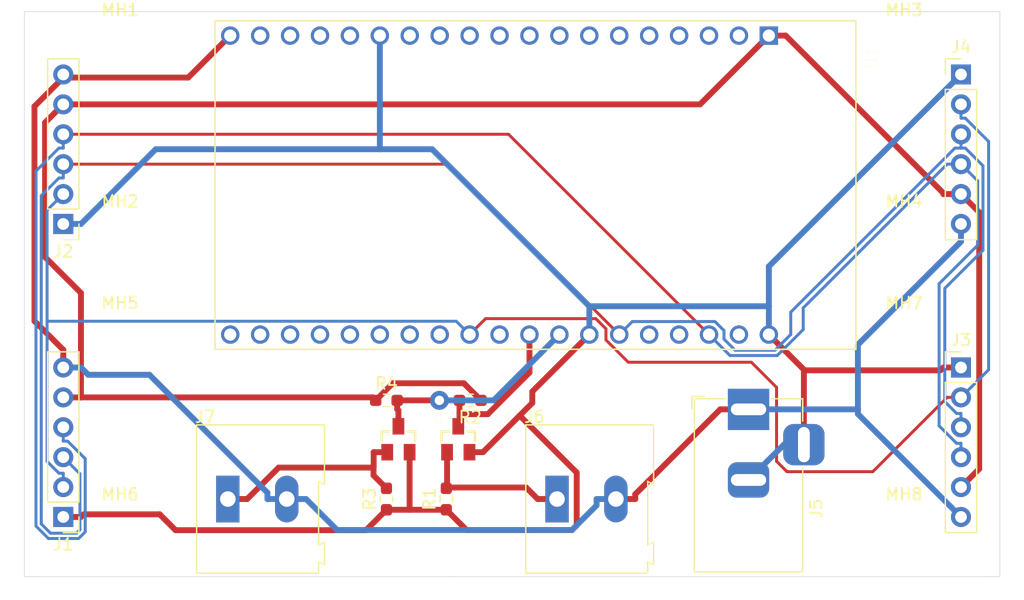
<source format=kicad_pcb>
(kicad_pcb (version 20171130) (host pcbnew 5.1.9)

  (general
    (thickness 1.6)
    (drawings 9)
    (tracks 195)
    (zones 0)
    (modules 22)
    (nets 39)
  )

  (page A4)
  (layers
    (0 F.Cu signal)
    (31 B.Cu signal)
    (32 B.Adhes user)
    (33 F.Adhes user)
    (34 B.Paste user)
    (35 F.Paste user)
    (36 B.SilkS user)
    (37 F.SilkS user)
    (38 B.Mask user)
    (39 F.Mask user)
    (40 Dwgs.User user)
    (41 Cmts.User user)
    (42 Eco1.User user)
    (43 Eco2.User user)
    (44 Edge.Cuts user)
    (45 Margin user)
    (46 B.CrtYd user)
    (47 F.CrtYd user)
    (48 B.Fab user)
    (49 F.Fab user)
  )

  (setup
    (last_trace_width 0.25)
    (trace_clearance 0.2)
    (zone_clearance 0.508)
    (zone_45_only no)
    (trace_min 0.2)
    (via_size 0.8)
    (via_drill 0.4)
    (via_min_size 0.4)
    (via_min_drill 0.3)
    (uvia_size 0.3)
    (uvia_drill 0.1)
    (uvias_allowed no)
    (uvia_min_size 0.2)
    (uvia_min_drill 0.1)
    (edge_width 0.05)
    (segment_width 0.2)
    (pcb_text_width 0.3)
    (pcb_text_size 1.5 1.5)
    (mod_edge_width 0.12)
    (mod_text_size 1 1)
    (mod_text_width 0.15)
    (pad_size 1.7 1.7)
    (pad_drill 1)
    (pad_to_mask_clearance 0)
    (aux_axis_origin 0 0)
    (visible_elements FFFFFF7F)
    (pcbplotparams
      (layerselection 0x010fc_ffffffff)
      (usegerberextensions false)
      (usegerberattributes true)
      (usegerberadvancedattributes true)
      (creategerberjobfile true)
      (excludeedgelayer true)
      (linewidth 0.100000)
      (plotframeref false)
      (viasonmask false)
      (mode 1)
      (useauxorigin false)
      (hpglpennumber 1)
      (hpglpenspeed 20)
      (hpglpendiameter 15.000000)
      (psnegative false)
      (psa4output false)
      (plotreference true)
      (plotvalue true)
      (plotinvisibletext false)
      (padsonsilk false)
      (subtractmaskfromsilk false)
      (outputformat 1)
      (mirror false)
      (drillshape 1)
      (scaleselection 1)
      (outputdirectory ""))
  )

  (net 0 "")
  (net 1 +12V)
  (net 2 VCC)
  (net 3 SCL)
  (net 4 SDA)
  (net 5 OE)
  (net 6 GND)
  (net 7 "Net-(U1-Pad38)")
  (net 8 "Net-(U1-Pad37)")
  (net 9 "Net-(U1-Pad36)")
  (net 10 "Net-(U1-Pad35)")
  (net 11 "Net-(U1-Pad34)")
  (net 12 "Net-(U1-Pad33)")
  (net 13 "Net-(U1-Pad32)")
  (net 14 "Net-(U1-Pad31)")
  (net 15 "Net-(U1-Pad29)")
  (net 16 "Net-(U1-Pad24)")
  (net 17 "Net-(U1-Pad23)")
  (net 18 "Net-(U1-Pad21)")
  (net 19 "Net-(U1-Pad18)")
  (net 20 "Net-(U1-Pad17)")
  (net 21 "Net-(U1-Pad16)")
  (net 22 "Net-(U1-Pad15)")
  (net 23 "Net-(U1-Pad13)")
  (net 24 "Net-(U1-Pad12)")
  (net 25 "Net-(U1-Pad11)")
  (net 26 "Net-(U1-Pad10)")
  (net 27 "Net-(U1-Pad9)")
  (net 28 "Net-(U1-Pad8)")
  (net 29 "Net-(U1-Pad7)")
  (net 30 "Net-(U1-Pad6)")
  (net 31 "Net-(U1-Pad5)")
  (net 32 "Net-(U1-Pad4)")
  (net 33 "Net-(U1-Pad3)")
  (net 34 "Net-(U1-Pad2)")
  (net 35 "Net-(J6-Pad1)")
  (net 36 "Net-(J7-Pad1)")
  (net 37 IN1)
  (net 38 IN2)

  (net_class Default "This is the default net class."
    (clearance 0.2)
    (trace_width 0.25)
    (via_dia 0.8)
    (via_drill 0.4)
    (uvia_dia 0.3)
    (uvia_drill 0.1)
    (add_net "Net-(U1-Pad10)")
    (add_net "Net-(U1-Pad11)")
    (add_net "Net-(U1-Pad12)")
    (add_net "Net-(U1-Pad13)")
    (add_net "Net-(U1-Pad15)")
    (add_net "Net-(U1-Pad16)")
    (add_net "Net-(U1-Pad17)")
    (add_net "Net-(U1-Pad18)")
    (add_net "Net-(U1-Pad2)")
    (add_net "Net-(U1-Pad21)")
    (add_net "Net-(U1-Pad23)")
    (add_net "Net-(U1-Pad24)")
    (add_net "Net-(U1-Pad29)")
    (add_net "Net-(U1-Pad3)")
    (add_net "Net-(U1-Pad31)")
    (add_net "Net-(U1-Pad32)")
    (add_net "Net-(U1-Pad33)")
    (add_net "Net-(U1-Pad34)")
    (add_net "Net-(U1-Pad35)")
    (add_net "Net-(U1-Pad36)")
    (add_net "Net-(U1-Pad37)")
    (add_net "Net-(U1-Pad38)")
    (add_net "Net-(U1-Pad4)")
    (add_net "Net-(U1-Pad5)")
    (add_net "Net-(U1-Pad6)")
    (add_net "Net-(U1-Pad7)")
    (add_net "Net-(U1-Pad8)")
    (add_net "Net-(U1-Pad9)")
    (add_net OE)
    (add_net SCL)
    (add_net SDA)
  )

  (net_class def ""
    (clearance 0.4)
    (trace_width 0.5)
    (via_dia 1.6)
    (via_drill 0.8)
    (uvia_dia 0.6)
    (uvia_drill 0.2)
    (diff_pair_width 0.4)
    (diff_pair_gap 0.5)
    (add_net +12V)
    (add_net GND)
    (add_net IN1)
    (add_net IN2)
    (add_net "Net-(J6-Pad1)")
    (add_net "Net-(J7-Pad1)")
    (add_net VCC)
  )

  (module Resistor_SMD:R_0603_1608Metric_Pad0.98x0.95mm_HandSolder (layer F.Cu) (tedit 5F68FEEE) (tstamp 60173F3D)
    (at 84.582 63.246)
    (descr "Resistor SMD 0603 (1608 Metric), square (rectangular) end terminal, IPC_7351 nominal with elongated pad for handsoldering. (Body size source: IPC-SM-782 page 72, https://www.pcb-3d.com/wordpress/wp-content/uploads/ipc-sm-782a_amendment_1_and_2.pdf), generated with kicad-footprint-generator")
    (tags "resistor handsolder")
    (path /601BE472)
    (attr smd)
    (fp_text reference R4 (at 0 -1.43) (layer F.SilkS)
      (effects (font (size 1 1) (thickness 0.15)))
    )
    (fp_text value 1k (at 0 1.43) (layer F.Fab)
      (effects (font (size 1 1) (thickness 0.15)))
    )
    (fp_text user %R (at 0 0) (layer F.Fab)
      (effects (font (size 0.4 0.4) (thickness 0.06)))
    )
    (fp_line (start -0.8 0.4125) (end -0.8 -0.4125) (layer F.Fab) (width 0.1))
    (fp_line (start -0.8 -0.4125) (end 0.8 -0.4125) (layer F.Fab) (width 0.1))
    (fp_line (start 0.8 -0.4125) (end 0.8 0.4125) (layer F.Fab) (width 0.1))
    (fp_line (start 0.8 0.4125) (end -0.8 0.4125) (layer F.Fab) (width 0.1))
    (fp_line (start -0.254724 -0.5225) (end 0.254724 -0.5225) (layer F.SilkS) (width 0.12))
    (fp_line (start -0.254724 0.5225) (end 0.254724 0.5225) (layer F.SilkS) (width 0.12))
    (fp_line (start -1.65 0.73) (end -1.65 -0.73) (layer F.CrtYd) (width 0.05))
    (fp_line (start -1.65 -0.73) (end 1.65 -0.73) (layer F.CrtYd) (width 0.05))
    (fp_line (start 1.65 -0.73) (end 1.65 0.73) (layer F.CrtYd) (width 0.05))
    (fp_line (start 1.65 0.73) (end -1.65 0.73) (layer F.CrtYd) (width 0.05))
    (pad 2 smd roundrect (at 0.9125 0) (size 0.975 0.95) (layers F.Cu F.Paste F.Mask) (roundrect_rratio 0.25)
      (net 38 IN2))
    (pad 1 smd roundrect (at -0.9125 0) (size 0.975 0.95) (layers F.Cu F.Paste F.Mask) (roundrect_rratio 0.25)
      (net 2 VCC))
    (model ${KISYS3DMOD}/Resistor_SMD.3dshapes/R_0603_1608Metric.wrl
      (at (xyz 0 0 0))
      (scale (xyz 1 1 1))
      (rotate (xyz 0 0 0))
    )
  )

  (module Resistor_SMD:R_0603_1608Metric_Pad0.98x0.95mm_HandSolder (layer F.Cu) (tedit 5F68FEEE) (tstamp 60173F2C)
    (at 84.582 71.628 90)
    (descr "Resistor SMD 0603 (1608 Metric), square (rectangular) end terminal, IPC_7351 nominal with elongated pad for handsoldering. (Body size source: IPC-SM-782 page 72, https://www.pcb-3d.com/wordpress/wp-content/uploads/ipc-sm-782a_amendment_1_and_2.pdf), generated with kicad-footprint-generator")
    (tags "resistor handsolder")
    (path /601BE46C)
    (attr smd)
    (fp_text reference R3 (at 0 -1.43 90) (layer F.SilkS)
      (effects (font (size 1 1) (thickness 0.15)))
    )
    (fp_text value 100k (at 0 1.43 90) (layer F.Fab)
      (effects (font (size 1 1) (thickness 0.15)))
    )
    (fp_text user %R (at 0 0 90) (layer F.Fab)
      (effects (font (size 0.4 0.4) (thickness 0.06)))
    )
    (fp_line (start -0.8 0.4125) (end -0.8 -0.4125) (layer F.Fab) (width 0.1))
    (fp_line (start -0.8 -0.4125) (end 0.8 -0.4125) (layer F.Fab) (width 0.1))
    (fp_line (start 0.8 -0.4125) (end 0.8 0.4125) (layer F.Fab) (width 0.1))
    (fp_line (start 0.8 0.4125) (end -0.8 0.4125) (layer F.Fab) (width 0.1))
    (fp_line (start -0.254724 -0.5225) (end 0.254724 -0.5225) (layer F.SilkS) (width 0.12))
    (fp_line (start -0.254724 0.5225) (end 0.254724 0.5225) (layer F.SilkS) (width 0.12))
    (fp_line (start -1.65 0.73) (end -1.65 -0.73) (layer F.CrtYd) (width 0.05))
    (fp_line (start -1.65 -0.73) (end 1.65 -0.73) (layer F.CrtYd) (width 0.05))
    (fp_line (start 1.65 -0.73) (end 1.65 0.73) (layer F.CrtYd) (width 0.05))
    (fp_line (start 1.65 0.73) (end -1.65 0.73) (layer F.CrtYd) (width 0.05))
    (pad 2 smd roundrect (at 0.9125 0 90) (size 0.975 0.95) (layers F.Cu F.Paste F.Mask) (roundrect_rratio 0.25)
      (net 36 "Net-(J7-Pad1)"))
    (pad 1 smd roundrect (at -0.9125 0 90) (size 0.975 0.95) (layers F.Cu F.Paste F.Mask) (roundrect_rratio 0.25)
      (net 6 GND))
    (model ${KISYS3DMOD}/Resistor_SMD.3dshapes/R_0603_1608Metric.wrl
      (at (xyz 0 0 0))
      (scale (xyz 1 1 1))
      (rotate (xyz 0 0 0))
    )
  )

  (module Resistor_SMD:R_0603_1608Metric_Pad0.98x0.95mm_HandSolder (layer F.Cu) (tedit 5F68FEEE) (tstamp 60173F1B)
    (at 91.694 63.246 180)
    (descr "Resistor SMD 0603 (1608 Metric), square (rectangular) end terminal, IPC_7351 nominal with elongated pad for handsoldering. (Body size source: IPC-SM-782 page 72, https://www.pcb-3d.com/wordpress/wp-content/uploads/ipc-sm-782a_amendment_1_and_2.pdf), generated with kicad-footprint-generator")
    (tags "resistor handsolder")
    (path /60184590)
    (attr smd)
    (fp_text reference R2 (at 0 -1.43) (layer F.SilkS)
      (effects (font (size 1 1) (thickness 0.15)))
    )
    (fp_text value 1k (at 0 1.43) (layer F.Fab)
      (effects (font (size 1 1) (thickness 0.15)))
    )
    (fp_text user %R (at 0 0) (layer F.Fab)
      (effects (font (size 0.4 0.4) (thickness 0.06)))
    )
    (fp_line (start -0.8 0.4125) (end -0.8 -0.4125) (layer F.Fab) (width 0.1))
    (fp_line (start -0.8 -0.4125) (end 0.8 -0.4125) (layer F.Fab) (width 0.1))
    (fp_line (start 0.8 -0.4125) (end 0.8 0.4125) (layer F.Fab) (width 0.1))
    (fp_line (start 0.8 0.4125) (end -0.8 0.4125) (layer F.Fab) (width 0.1))
    (fp_line (start -0.254724 -0.5225) (end 0.254724 -0.5225) (layer F.SilkS) (width 0.12))
    (fp_line (start -0.254724 0.5225) (end 0.254724 0.5225) (layer F.SilkS) (width 0.12))
    (fp_line (start -1.65 0.73) (end -1.65 -0.73) (layer F.CrtYd) (width 0.05))
    (fp_line (start -1.65 -0.73) (end 1.65 -0.73) (layer F.CrtYd) (width 0.05))
    (fp_line (start 1.65 -0.73) (end 1.65 0.73) (layer F.CrtYd) (width 0.05))
    (fp_line (start 1.65 0.73) (end -1.65 0.73) (layer F.CrtYd) (width 0.05))
    (pad 2 smd roundrect (at 0.9125 0 180) (size 0.975 0.95) (layers F.Cu F.Paste F.Mask) (roundrect_rratio 0.25)
      (net 37 IN1))
    (pad 1 smd roundrect (at -0.9125 0 180) (size 0.975 0.95) (layers F.Cu F.Paste F.Mask) (roundrect_rratio 0.25)
      (net 2 VCC))
    (model ${KISYS3DMOD}/Resistor_SMD.3dshapes/R_0603_1608Metric.wrl
      (at (xyz 0 0 0))
      (scale (xyz 1 1 1))
      (rotate (xyz 0 0 0))
    )
  )

  (module Resistor_SMD:R_0603_1608Metric_Pad0.98x0.95mm_HandSolder (layer F.Cu) (tedit 5F68FEEE) (tstamp 60173F0A)
    (at 89.662 71.628 90)
    (descr "Resistor SMD 0603 (1608 Metric), square (rectangular) end terminal, IPC_7351 nominal with elongated pad for handsoldering. (Body size source: IPC-SM-782 page 72, https://www.pcb-3d.com/wordpress/wp-content/uploads/ipc-sm-782a_amendment_1_and_2.pdf), generated with kicad-footprint-generator")
    (tags "resistor handsolder")
    (path /60183FD3)
    (attr smd)
    (fp_text reference R1 (at 0 -1.43 90) (layer F.SilkS)
      (effects (font (size 1 1) (thickness 0.15)))
    )
    (fp_text value 100k (at 0 1.43 90) (layer F.Fab)
      (effects (font (size 1 1) (thickness 0.15)))
    )
    (fp_text user %R (at 0 0 90) (layer F.Fab)
      (effects (font (size 0.4 0.4) (thickness 0.06)))
    )
    (fp_line (start -0.8 0.4125) (end -0.8 -0.4125) (layer F.Fab) (width 0.1))
    (fp_line (start -0.8 -0.4125) (end 0.8 -0.4125) (layer F.Fab) (width 0.1))
    (fp_line (start 0.8 -0.4125) (end 0.8 0.4125) (layer F.Fab) (width 0.1))
    (fp_line (start 0.8 0.4125) (end -0.8 0.4125) (layer F.Fab) (width 0.1))
    (fp_line (start -0.254724 -0.5225) (end 0.254724 -0.5225) (layer F.SilkS) (width 0.12))
    (fp_line (start -0.254724 0.5225) (end 0.254724 0.5225) (layer F.SilkS) (width 0.12))
    (fp_line (start -1.65 0.73) (end -1.65 -0.73) (layer F.CrtYd) (width 0.05))
    (fp_line (start -1.65 -0.73) (end 1.65 -0.73) (layer F.CrtYd) (width 0.05))
    (fp_line (start 1.65 -0.73) (end 1.65 0.73) (layer F.CrtYd) (width 0.05))
    (fp_line (start 1.65 0.73) (end -1.65 0.73) (layer F.CrtYd) (width 0.05))
    (pad 2 smd roundrect (at 0.9125 0 90) (size 0.975 0.95) (layers F.Cu F.Paste F.Mask) (roundrect_rratio 0.25)
      (net 35 "Net-(J6-Pad1)"))
    (pad 1 smd roundrect (at -0.9125 0 90) (size 0.975 0.95) (layers F.Cu F.Paste F.Mask) (roundrect_rratio 0.25)
      (net 6 GND))
    (model ${KISYS3DMOD}/Resistor_SMD.3dshapes/R_0603_1608Metric.wrl
      (at (xyz 0 0 0))
      (scale (xyz 1 1 1))
      (rotate (xyz 0 0 0))
    )
  )

  (module Downloads:SOT23 (layer F.Cu) (tedit 600D61A4) (tstamp 60172DBE)
    (at 85.598 66.548)
    (descr "<b>SMALL OUTLINE TRANSISTOR</b><p>reflow soldering")
    (path /601BE44E)
    (fp_text reference Q2 (at 3.813035 -1.779415) (layer F.SilkS)
      (effects (font (size 0.800638 0.800638) (thickness 0.015)))
    )
    (fp_text value SI2302 (at 0.12719 2.77275) (layer F.Fab)
      (effects (font (size 0.640961 0.640961) (thickness 0.015)))
    )
    (fp_line (start 1.4224 -0.6604) (end 1.4224 0.6604) (layer F.Fab) (width 0.2032))
    (fp_line (start 1.4224 0.6604) (end -1.4224 0.6604) (layer F.Fab) (width 0.2032))
    (fp_line (start -1.4224 0.6604) (end -1.4224 -0.6604) (layer F.Fab) (width 0.2032))
    (fp_line (start -1.4224 -0.6604) (end 1.4224 -0.6604) (layer F.Fab) (width 0.2032))
    (fp_line (start -1.4224 0.1524) (end -1.4224 -0.6604) (layer F.SilkS) (width 0.2032))
    (fp_line (start -1.4224 -0.6604) (end -0.7636 -0.6604) (layer F.SilkS) (width 0.2032))
    (fp_line (start 1.4224 -0.6604) (end 1.4224 0.1524) (layer F.SilkS) (width 0.2032))
    (fp_line (start 0.7636 -0.6604) (end 1.4224 -0.6604) (layer F.SilkS) (width 0.2032))
    (fp_poly (pts (xy -0.50011 -0.3) (xy 0.5001 -0.3) (xy 0.5001 0.300006) (xy -0.50011 0.300006)) (layer Dwgs.User) (width 0.01))
    (fp_poly (pts (xy -0.228768 -1.2954) (xy 0.2286 -1.2954) (xy 0.2286 -0.711723) (xy -0.228768 -0.711723)) (layer F.Fab) (width 0.01))
    (fp_poly (pts (xy 0.711233 0.7112) (xy 1.1684 0.7112) (xy 1.1684 1.29546) (xy 0.711233 1.29546)) (layer F.Fab) (width 0.01))
    (fp_poly (pts (xy -1.16904 0.7112) (xy -0.7112 0.7112) (xy -0.7112 1.29611) (xy -1.16904 1.29611)) (layer F.Fab) (width 0.01))
    (pad 1 smd rect (at -0.95 1.1) (size 1 1.4) (layers F.Cu F.Paste F.Mask)
      (net 36 "Net-(J7-Pad1)"))
    (pad 2 smd rect (at 0.95 1.1) (size 1 1.4) (layers F.Cu F.Paste F.Mask)
      (net 6 GND))
    (pad 3 smd rect (at 0 -1.1) (size 1 1.4) (layers F.Cu F.Paste F.Mask)
      (net 38 IN2))
  )

  (module Downloads:SOT23 (layer F.Cu) (tedit 600D61A4) (tstamp 60172DAB)
    (at 90.678 66.548)
    (descr "<b>SMALL OUTLINE TRANSISTOR</b><p>reflow soldering")
    (path /60172549)
    (fp_text reference Q1 (at 3.813035 -1.779415) (layer F.SilkS)
      (effects (font (size 0.800638 0.800638) (thickness 0.015)))
    )
    (fp_text value SI2302 (at 0.12719 2.77275) (layer F.Fab)
      (effects (font (size 0.640961 0.640961) (thickness 0.015)))
    )
    (fp_line (start 1.4224 -0.6604) (end 1.4224 0.6604) (layer F.Fab) (width 0.2032))
    (fp_line (start 1.4224 0.6604) (end -1.4224 0.6604) (layer F.Fab) (width 0.2032))
    (fp_line (start -1.4224 0.6604) (end -1.4224 -0.6604) (layer F.Fab) (width 0.2032))
    (fp_line (start -1.4224 -0.6604) (end 1.4224 -0.6604) (layer F.Fab) (width 0.2032))
    (fp_line (start -1.4224 0.1524) (end -1.4224 -0.6604) (layer F.SilkS) (width 0.2032))
    (fp_line (start -1.4224 -0.6604) (end -0.7636 -0.6604) (layer F.SilkS) (width 0.2032))
    (fp_line (start 1.4224 -0.6604) (end 1.4224 0.1524) (layer F.SilkS) (width 0.2032))
    (fp_line (start 0.7636 -0.6604) (end 1.4224 -0.6604) (layer F.SilkS) (width 0.2032))
    (fp_poly (pts (xy -0.50011 -0.3) (xy 0.5001 -0.3) (xy 0.5001 0.300006) (xy -0.50011 0.300006)) (layer Dwgs.User) (width 0.01))
    (fp_poly (pts (xy -0.228768 -1.2954) (xy 0.2286 -1.2954) (xy 0.2286 -0.711723) (xy -0.228768 -0.711723)) (layer F.Fab) (width 0.01))
    (fp_poly (pts (xy 0.711233 0.7112) (xy 1.1684 0.7112) (xy 1.1684 1.29546) (xy 0.711233 1.29546)) (layer F.Fab) (width 0.01))
    (fp_poly (pts (xy -1.16904 0.7112) (xy -0.7112 0.7112) (xy -0.7112 1.29611) (xy -1.16904 1.29611)) (layer F.Fab) (width 0.01))
    (pad 1 smd rect (at -0.95 1.1) (size 1 1.4) (layers F.Cu F.Paste F.Mask)
      (net 35 "Net-(J6-Pad1)"))
    (pad 2 smd rect (at 0.95 1.1) (size 1 1.4) (layers F.Cu F.Paste F.Mask)
      (net 6 GND))
    (pad 3 smd rect (at 0 -1.1) (size 1 1.4) (layers F.Cu F.Paste F.Mask)
      (net 37 IN1))
  )

  (module TerminalBlock:TerminalBlock_Altech_AK300-2_P5.00mm (layer F.Cu) (tedit 59FF0306) (tstamp 60172D98)
    (at 71.12 71.628)
    (descr "Altech AK300 terminal block, pitch 5.0mm, 45 degree angled, see http://www.mouser.com/ds/2/16/PCBMETRC-24178.pdf")
    (tags "Altech AK300 terminal block pitch 5.0mm")
    (path /601BE454)
    (fp_text reference J7 (at -1.92 -6.99) (layer F.SilkS)
      (effects (font (size 1 1) (thickness 0.15)))
    )
    (fp_text value Conn_01x02 (at 2.78 7.75) (layer F.Fab)
      (effects (font (size 1 1) (thickness 0.15)))
    )
    (fp_arc (start -1.13 -4.65) (end -1.42 -4.13) (angle 104.2) (layer F.Fab) (width 0.1))
    (fp_arc (start -0.01 -3.71) (end -1.62 -5) (angle 100) (layer F.Fab) (width 0.1))
    (fp_arc (start 0.06 -6.07) (end 1.53 -4.12) (angle 75.5) (layer F.Fab) (width 0.1))
    (fp_arc (start 1.03 -4.59) (end 1.53 -5.05) (angle 90.5) (layer F.Fab) (width 0.1))
    (fp_arc (start 3.87 -4.65) (end 3.58 -4.13) (angle 104.2) (layer F.Fab) (width 0.1))
    (fp_arc (start 4.99 -3.71) (end 3.39 -5) (angle 100) (layer F.Fab) (width 0.1))
    (fp_arc (start 5.07 -6.07) (end 6.53 -4.12) (angle 75.5) (layer F.Fab) (width 0.1))
    (fp_arc (start 6.03 -4.59) (end 6.54 -5.05) (angle 90.5) (layer F.Fab) (width 0.1))
    (fp_text user %R (at 2.5 -2) (layer F.Fab)
      (effects (font (size 1 1) (thickness 0.15)))
    )
    (fp_line (start -2.65 -6.3) (end -2.65 6.3) (layer F.SilkS) (width 0.12))
    (fp_line (start -2.65 6.3) (end 7.7 6.3) (layer F.SilkS) (width 0.12))
    (fp_line (start 7.7 6.3) (end 7.7 5.35) (layer F.SilkS) (width 0.12))
    (fp_line (start 7.7 5.35) (end 8.2 5.6) (layer F.SilkS) (width 0.12))
    (fp_line (start 8.2 5.6) (end 8.2 3.7) (layer F.SilkS) (width 0.12))
    (fp_line (start 8.2 3.7) (end 8.2 3.65) (layer F.SilkS) (width 0.12))
    (fp_line (start 8.2 3.65) (end 7.7 3.9) (layer F.SilkS) (width 0.12))
    (fp_line (start 7.7 3.9) (end 7.7 -1.5) (layer F.SilkS) (width 0.12))
    (fp_line (start 7.7 -1.5) (end 8.2 -1.2) (layer F.SilkS) (width 0.12))
    (fp_line (start 8.2 -1.2) (end 8.2 -6.3) (layer F.SilkS) (width 0.12))
    (fp_line (start 8.2 -6.3) (end -2.65 -6.3) (layer F.SilkS) (width 0.12))
    (fp_line (start -1.26 2.54) (end 1.28 2.54) (layer F.Fab) (width 0.1))
    (fp_line (start 1.28 2.54) (end 1.28 -0.25) (layer F.Fab) (width 0.1))
    (fp_line (start -1.26 -0.25) (end 1.28 -0.25) (layer F.Fab) (width 0.1))
    (fp_line (start -1.26 2.54) (end -1.26 -0.25) (layer F.Fab) (width 0.1))
    (fp_line (start 3.74 2.54) (end 6.28 2.54) (layer F.Fab) (width 0.1))
    (fp_line (start 6.28 2.54) (end 6.28 -0.25) (layer F.Fab) (width 0.1))
    (fp_line (start 3.74 -0.25) (end 6.28 -0.25) (layer F.Fab) (width 0.1))
    (fp_line (start 3.74 2.54) (end 3.74 -0.25) (layer F.Fab) (width 0.1))
    (fp_line (start 7.61 -6.22) (end 7.61 -3.17) (layer F.Fab) (width 0.1))
    (fp_line (start 7.61 -6.22) (end -2.58 -6.22) (layer F.Fab) (width 0.1))
    (fp_line (start 7.61 -6.22) (end 8.11 -6.22) (layer F.Fab) (width 0.1))
    (fp_line (start 8.11 -6.22) (end 8.11 -1.4) (layer F.Fab) (width 0.1))
    (fp_line (start 8.11 -1.4) (end 7.61 -1.65) (layer F.Fab) (width 0.1))
    (fp_line (start 8.11 5.46) (end 7.61 5.21) (layer F.Fab) (width 0.1))
    (fp_line (start 7.61 5.21) (end 7.61 6.22) (layer F.Fab) (width 0.1))
    (fp_line (start 8.11 3.81) (end 7.61 4.06) (layer F.Fab) (width 0.1))
    (fp_line (start 7.61 4.06) (end 7.61 5.21) (layer F.Fab) (width 0.1))
    (fp_line (start 8.11 3.81) (end 8.11 5.46) (layer F.Fab) (width 0.1))
    (fp_line (start 2.98 6.22) (end 2.98 4.32) (layer F.Fab) (width 0.1))
    (fp_line (start 7.05 -0.25) (end 7.05 4.32) (layer F.Fab) (width 0.1))
    (fp_line (start 2.98 6.22) (end 7.05 6.22) (layer F.Fab) (width 0.1))
    (fp_line (start 7.05 6.22) (end 7.61 6.22) (layer F.Fab) (width 0.1))
    (fp_line (start 2.04 6.22) (end 2.04 4.32) (layer F.Fab) (width 0.1))
    (fp_line (start 2.04 6.22) (end 2.98 6.22) (layer F.Fab) (width 0.1))
    (fp_line (start -2.02 -0.25) (end -2.02 4.32) (layer F.Fab) (width 0.1))
    (fp_line (start -2.58 6.22) (end -2.02 6.22) (layer F.Fab) (width 0.1))
    (fp_line (start -2.02 6.22) (end 2.04 6.22) (layer F.Fab) (width 0.1))
    (fp_line (start 2.98 4.32) (end 7.05 4.32) (layer F.Fab) (width 0.1))
    (fp_line (start 2.98 4.32) (end 2.98 -0.25) (layer F.Fab) (width 0.1))
    (fp_line (start 7.05 4.32) (end 7.05 6.22) (layer F.Fab) (width 0.1))
    (fp_line (start 2.04 4.32) (end -2.02 4.32) (layer F.Fab) (width 0.1))
    (fp_line (start 2.04 4.32) (end 2.04 -0.25) (layer F.Fab) (width 0.1))
    (fp_line (start -2.02 4.32) (end -2.02 6.22) (layer F.Fab) (width 0.1))
    (fp_line (start 6.67 3.68) (end 6.67 0.51) (layer F.Fab) (width 0.1))
    (fp_line (start 6.67 3.68) (end 3.36 3.68) (layer F.Fab) (width 0.1))
    (fp_line (start 3.36 3.68) (end 3.36 0.51) (layer F.Fab) (width 0.1))
    (fp_line (start 1.66 3.68) (end 1.66 0.51) (layer F.Fab) (width 0.1))
    (fp_line (start 1.66 3.68) (end -1.64 3.68) (layer F.Fab) (width 0.1))
    (fp_line (start -1.64 3.68) (end -1.64 0.51) (layer F.Fab) (width 0.1))
    (fp_line (start -1.64 0.51) (end -1.26 0.51) (layer F.Fab) (width 0.1))
    (fp_line (start 1.66 0.51) (end 1.28 0.51) (layer F.Fab) (width 0.1))
    (fp_line (start 3.36 0.51) (end 3.74 0.51) (layer F.Fab) (width 0.1))
    (fp_line (start 6.67 0.51) (end 6.28 0.51) (layer F.Fab) (width 0.1))
    (fp_line (start -2.58 6.22) (end -2.58 -0.64) (layer F.Fab) (width 0.1))
    (fp_line (start -2.58 -0.64) (end -2.58 -3.17) (layer F.Fab) (width 0.1))
    (fp_line (start 7.61 -1.65) (end 7.61 -0.64) (layer F.Fab) (width 0.1))
    (fp_line (start 7.61 -0.64) (end 7.61 4.06) (layer F.Fab) (width 0.1))
    (fp_line (start -2.58 -3.17) (end 7.61 -3.17) (layer F.Fab) (width 0.1))
    (fp_line (start -2.58 -3.17) (end -2.58 -6.22) (layer F.Fab) (width 0.1))
    (fp_line (start 7.61 -3.17) (end 7.61 -1.65) (layer F.Fab) (width 0.1))
    (fp_line (start 2.98 -3.43) (end 2.98 -5.97) (layer F.Fab) (width 0.1))
    (fp_line (start 2.98 -5.97) (end 7.05 -5.97) (layer F.Fab) (width 0.1))
    (fp_line (start 7.05 -5.97) (end 7.05 -3.43) (layer F.Fab) (width 0.1))
    (fp_line (start 7.05 -3.43) (end 2.98 -3.43) (layer F.Fab) (width 0.1))
    (fp_line (start 2.04 -3.43) (end 2.04 -5.97) (layer F.Fab) (width 0.1))
    (fp_line (start 2.04 -3.43) (end -2.02 -3.43) (layer F.Fab) (width 0.1))
    (fp_line (start -2.02 -3.43) (end -2.02 -5.97) (layer F.Fab) (width 0.1))
    (fp_line (start 2.04 -5.97) (end -2.02 -5.97) (layer F.Fab) (width 0.1))
    (fp_line (start 3.39 -4.45) (end 6.44 -5.08) (layer F.Fab) (width 0.1))
    (fp_line (start 3.52 -4.32) (end 6.56 -4.95) (layer F.Fab) (width 0.1))
    (fp_line (start -1.62 -4.45) (end 1.44 -5.08) (layer F.Fab) (width 0.1))
    (fp_line (start -1.49 -4.32) (end 1.56 -4.95) (layer F.Fab) (width 0.1))
    (fp_line (start -2.02 -0.25) (end -1.64 -0.25) (layer F.Fab) (width 0.1))
    (fp_line (start 2.04 -0.25) (end 1.66 -0.25) (layer F.Fab) (width 0.1))
    (fp_line (start 1.66 -0.25) (end -1.64 -0.25) (layer F.Fab) (width 0.1))
    (fp_line (start -2.58 -0.64) (end -1.64 -0.64) (layer F.Fab) (width 0.1))
    (fp_line (start -1.64 -0.64) (end 1.66 -0.64) (layer F.Fab) (width 0.1))
    (fp_line (start 1.66 -0.64) (end 3.36 -0.64) (layer F.Fab) (width 0.1))
    (fp_line (start 7.61 -0.64) (end 6.67 -0.64) (layer F.Fab) (width 0.1))
    (fp_line (start 6.67 -0.64) (end 3.36 -0.64) (layer F.Fab) (width 0.1))
    (fp_line (start 7.05 -0.25) (end 6.67 -0.25) (layer F.Fab) (width 0.1))
    (fp_line (start 2.98 -0.25) (end 3.36 -0.25) (layer F.Fab) (width 0.1))
    (fp_line (start 3.36 -0.25) (end 6.67 -0.25) (layer F.Fab) (width 0.1))
    (fp_line (start -2.83 -6.47) (end 8.36 -6.47) (layer F.CrtYd) (width 0.05))
    (fp_line (start -2.83 -6.47) (end -2.83 6.47) (layer F.CrtYd) (width 0.05))
    (fp_line (start 8.36 6.47) (end 8.36 -6.47) (layer F.CrtYd) (width 0.05))
    (fp_line (start 8.36 6.47) (end -2.83 6.47) (layer F.CrtYd) (width 0.05))
    (pad 2 thru_hole oval (at 5 0) (size 1.98 3.96) (drill 1.32) (layers *.Cu *.Mask)
      (net 1 +12V))
    (pad 1 thru_hole rect (at 0 0) (size 1.98 3.96) (drill 1.32) (layers *.Cu *.Mask)
      (net 36 "Net-(J7-Pad1)"))
    (model ${KISYS3DMOD}/TerminalBlock.3dshapes/TerminalBlock_Altech_AK300-2_P5.00mm.wrl
      (at (xyz 0 0 0))
      (scale (xyz 1 1 1))
      (rotate (xyz 0 0 0))
    )
  )

  (module TerminalBlock:TerminalBlock_Altech_AK300-2_P5.00mm (layer F.Cu) (tedit 59FF0306) (tstamp 60172D31)
    (at 99.06 71.628)
    (descr "Altech AK300 terminal block, pitch 5.0mm, 45 degree angled, see http://www.mouser.com/ds/2/16/PCBMETRC-24178.pdf")
    (tags "Altech AK300 terminal block pitch 5.0mm")
    (path /601767D1)
    (fp_text reference J6 (at -1.92 -6.99) (layer F.SilkS)
      (effects (font (size 1 1) (thickness 0.15)))
    )
    (fp_text value Conn_01x02 (at 2.78 7.75) (layer F.Fab)
      (effects (font (size 1 1) (thickness 0.15)))
    )
    (fp_arc (start -1.13 -4.65) (end -1.42 -4.13) (angle 104.2) (layer F.Fab) (width 0.1))
    (fp_arc (start -0.01 -3.71) (end -1.62 -5) (angle 100) (layer F.Fab) (width 0.1))
    (fp_arc (start 0.06 -6.07) (end 1.53 -4.12) (angle 75.5) (layer F.Fab) (width 0.1))
    (fp_arc (start 1.03 -4.59) (end 1.53 -5.05) (angle 90.5) (layer F.Fab) (width 0.1))
    (fp_arc (start 3.87 -4.65) (end 3.58 -4.13) (angle 104.2) (layer F.Fab) (width 0.1))
    (fp_arc (start 4.99 -3.71) (end 3.39 -5) (angle 100) (layer F.Fab) (width 0.1))
    (fp_arc (start 5.07 -6.07) (end 6.53 -4.12) (angle 75.5) (layer F.Fab) (width 0.1))
    (fp_arc (start 6.03 -4.59) (end 6.54 -5.05) (angle 90.5) (layer F.Fab) (width 0.1))
    (fp_text user %R (at 2.5 -2) (layer F.Fab)
      (effects (font (size 1 1) (thickness 0.15)))
    )
    (fp_line (start -2.65 -6.3) (end -2.65 6.3) (layer F.SilkS) (width 0.12))
    (fp_line (start -2.65 6.3) (end 7.7 6.3) (layer F.SilkS) (width 0.12))
    (fp_line (start 7.7 6.3) (end 7.7 5.35) (layer F.SilkS) (width 0.12))
    (fp_line (start 7.7 5.35) (end 8.2 5.6) (layer F.SilkS) (width 0.12))
    (fp_line (start 8.2 5.6) (end 8.2 3.7) (layer F.SilkS) (width 0.12))
    (fp_line (start 8.2 3.7) (end 8.2 3.65) (layer F.SilkS) (width 0.12))
    (fp_line (start 8.2 3.65) (end 7.7 3.9) (layer F.SilkS) (width 0.12))
    (fp_line (start 7.7 3.9) (end 7.7 -1.5) (layer F.SilkS) (width 0.12))
    (fp_line (start 7.7 -1.5) (end 8.2 -1.2) (layer F.SilkS) (width 0.12))
    (fp_line (start 8.2 -1.2) (end 8.2 -6.3) (layer F.SilkS) (width 0.12))
    (fp_line (start 8.2 -6.3) (end -2.65 -6.3) (layer F.SilkS) (width 0.12))
    (fp_line (start -1.26 2.54) (end 1.28 2.54) (layer F.Fab) (width 0.1))
    (fp_line (start 1.28 2.54) (end 1.28 -0.25) (layer F.Fab) (width 0.1))
    (fp_line (start -1.26 -0.25) (end 1.28 -0.25) (layer F.Fab) (width 0.1))
    (fp_line (start -1.26 2.54) (end -1.26 -0.25) (layer F.Fab) (width 0.1))
    (fp_line (start 3.74 2.54) (end 6.28 2.54) (layer F.Fab) (width 0.1))
    (fp_line (start 6.28 2.54) (end 6.28 -0.25) (layer F.Fab) (width 0.1))
    (fp_line (start 3.74 -0.25) (end 6.28 -0.25) (layer F.Fab) (width 0.1))
    (fp_line (start 3.74 2.54) (end 3.74 -0.25) (layer F.Fab) (width 0.1))
    (fp_line (start 7.61 -6.22) (end 7.61 -3.17) (layer F.Fab) (width 0.1))
    (fp_line (start 7.61 -6.22) (end -2.58 -6.22) (layer F.Fab) (width 0.1))
    (fp_line (start 7.61 -6.22) (end 8.11 -6.22) (layer F.Fab) (width 0.1))
    (fp_line (start 8.11 -6.22) (end 8.11 -1.4) (layer F.Fab) (width 0.1))
    (fp_line (start 8.11 -1.4) (end 7.61 -1.65) (layer F.Fab) (width 0.1))
    (fp_line (start 8.11 5.46) (end 7.61 5.21) (layer F.Fab) (width 0.1))
    (fp_line (start 7.61 5.21) (end 7.61 6.22) (layer F.Fab) (width 0.1))
    (fp_line (start 8.11 3.81) (end 7.61 4.06) (layer F.Fab) (width 0.1))
    (fp_line (start 7.61 4.06) (end 7.61 5.21) (layer F.Fab) (width 0.1))
    (fp_line (start 8.11 3.81) (end 8.11 5.46) (layer F.Fab) (width 0.1))
    (fp_line (start 2.98 6.22) (end 2.98 4.32) (layer F.Fab) (width 0.1))
    (fp_line (start 7.05 -0.25) (end 7.05 4.32) (layer F.Fab) (width 0.1))
    (fp_line (start 2.98 6.22) (end 7.05 6.22) (layer F.Fab) (width 0.1))
    (fp_line (start 7.05 6.22) (end 7.61 6.22) (layer F.Fab) (width 0.1))
    (fp_line (start 2.04 6.22) (end 2.04 4.32) (layer F.Fab) (width 0.1))
    (fp_line (start 2.04 6.22) (end 2.98 6.22) (layer F.Fab) (width 0.1))
    (fp_line (start -2.02 -0.25) (end -2.02 4.32) (layer F.Fab) (width 0.1))
    (fp_line (start -2.58 6.22) (end -2.02 6.22) (layer F.Fab) (width 0.1))
    (fp_line (start -2.02 6.22) (end 2.04 6.22) (layer F.Fab) (width 0.1))
    (fp_line (start 2.98 4.32) (end 7.05 4.32) (layer F.Fab) (width 0.1))
    (fp_line (start 2.98 4.32) (end 2.98 -0.25) (layer F.Fab) (width 0.1))
    (fp_line (start 7.05 4.32) (end 7.05 6.22) (layer F.Fab) (width 0.1))
    (fp_line (start 2.04 4.32) (end -2.02 4.32) (layer F.Fab) (width 0.1))
    (fp_line (start 2.04 4.32) (end 2.04 -0.25) (layer F.Fab) (width 0.1))
    (fp_line (start -2.02 4.32) (end -2.02 6.22) (layer F.Fab) (width 0.1))
    (fp_line (start 6.67 3.68) (end 6.67 0.51) (layer F.Fab) (width 0.1))
    (fp_line (start 6.67 3.68) (end 3.36 3.68) (layer F.Fab) (width 0.1))
    (fp_line (start 3.36 3.68) (end 3.36 0.51) (layer F.Fab) (width 0.1))
    (fp_line (start 1.66 3.68) (end 1.66 0.51) (layer F.Fab) (width 0.1))
    (fp_line (start 1.66 3.68) (end -1.64 3.68) (layer F.Fab) (width 0.1))
    (fp_line (start -1.64 3.68) (end -1.64 0.51) (layer F.Fab) (width 0.1))
    (fp_line (start -1.64 0.51) (end -1.26 0.51) (layer F.Fab) (width 0.1))
    (fp_line (start 1.66 0.51) (end 1.28 0.51) (layer F.Fab) (width 0.1))
    (fp_line (start 3.36 0.51) (end 3.74 0.51) (layer F.Fab) (width 0.1))
    (fp_line (start 6.67 0.51) (end 6.28 0.51) (layer F.Fab) (width 0.1))
    (fp_line (start -2.58 6.22) (end -2.58 -0.64) (layer F.Fab) (width 0.1))
    (fp_line (start -2.58 -0.64) (end -2.58 -3.17) (layer F.Fab) (width 0.1))
    (fp_line (start 7.61 -1.65) (end 7.61 -0.64) (layer F.Fab) (width 0.1))
    (fp_line (start 7.61 -0.64) (end 7.61 4.06) (layer F.Fab) (width 0.1))
    (fp_line (start -2.58 -3.17) (end 7.61 -3.17) (layer F.Fab) (width 0.1))
    (fp_line (start -2.58 -3.17) (end -2.58 -6.22) (layer F.Fab) (width 0.1))
    (fp_line (start 7.61 -3.17) (end 7.61 -1.65) (layer F.Fab) (width 0.1))
    (fp_line (start 2.98 -3.43) (end 2.98 -5.97) (layer F.Fab) (width 0.1))
    (fp_line (start 2.98 -5.97) (end 7.05 -5.97) (layer F.Fab) (width 0.1))
    (fp_line (start 7.05 -5.97) (end 7.05 -3.43) (layer F.Fab) (width 0.1))
    (fp_line (start 7.05 -3.43) (end 2.98 -3.43) (layer F.Fab) (width 0.1))
    (fp_line (start 2.04 -3.43) (end 2.04 -5.97) (layer F.Fab) (width 0.1))
    (fp_line (start 2.04 -3.43) (end -2.02 -3.43) (layer F.Fab) (width 0.1))
    (fp_line (start -2.02 -3.43) (end -2.02 -5.97) (layer F.Fab) (width 0.1))
    (fp_line (start 2.04 -5.97) (end -2.02 -5.97) (layer F.Fab) (width 0.1))
    (fp_line (start 3.39 -4.45) (end 6.44 -5.08) (layer F.Fab) (width 0.1))
    (fp_line (start 3.52 -4.32) (end 6.56 -4.95) (layer F.Fab) (width 0.1))
    (fp_line (start -1.62 -4.45) (end 1.44 -5.08) (layer F.Fab) (width 0.1))
    (fp_line (start -1.49 -4.32) (end 1.56 -4.95) (layer F.Fab) (width 0.1))
    (fp_line (start -2.02 -0.25) (end -1.64 -0.25) (layer F.Fab) (width 0.1))
    (fp_line (start 2.04 -0.25) (end 1.66 -0.25) (layer F.Fab) (width 0.1))
    (fp_line (start 1.66 -0.25) (end -1.64 -0.25) (layer F.Fab) (width 0.1))
    (fp_line (start -2.58 -0.64) (end -1.64 -0.64) (layer F.Fab) (width 0.1))
    (fp_line (start -1.64 -0.64) (end 1.66 -0.64) (layer F.Fab) (width 0.1))
    (fp_line (start 1.66 -0.64) (end 3.36 -0.64) (layer F.Fab) (width 0.1))
    (fp_line (start 7.61 -0.64) (end 6.67 -0.64) (layer F.Fab) (width 0.1))
    (fp_line (start 6.67 -0.64) (end 3.36 -0.64) (layer F.Fab) (width 0.1))
    (fp_line (start 7.05 -0.25) (end 6.67 -0.25) (layer F.Fab) (width 0.1))
    (fp_line (start 2.98 -0.25) (end 3.36 -0.25) (layer F.Fab) (width 0.1))
    (fp_line (start 3.36 -0.25) (end 6.67 -0.25) (layer F.Fab) (width 0.1))
    (fp_line (start -2.83 -6.47) (end 8.36 -6.47) (layer F.CrtYd) (width 0.05))
    (fp_line (start -2.83 -6.47) (end -2.83 6.47) (layer F.CrtYd) (width 0.05))
    (fp_line (start 8.36 6.47) (end 8.36 -6.47) (layer F.CrtYd) (width 0.05))
    (fp_line (start 8.36 6.47) (end -2.83 6.47) (layer F.CrtYd) (width 0.05))
    (pad 2 thru_hole oval (at 5 0) (size 1.98 3.96) (drill 1.32) (layers *.Cu *.Mask)
      (net 1 +12V))
    (pad 1 thru_hole rect (at 0 0) (size 1.98 3.96) (drill 1.32) (layers *.Cu *.Mask)
      (net 35 "Net-(J6-Pad1)"))
    (model ${KISYS3DMOD}/TerminalBlock.3dshapes/TerminalBlock_Altech_AK300-2_P5.00mm.wrl
      (at (xyz 0 0 0))
      (scale (xyz 1 1 1))
      (rotate (xyz 0 0 0))
    )
  )

  (module Connector_BarrelJack:BarrelJack_Horizontal (layer F.Cu) (tedit 5A1DBF6A) (tstamp 601441D3)
    (at 115.316 64.008 90)
    (descr "DC Barrel Jack")
    (tags "Power Jack")
    (path /601C3F7D)
    (fp_text reference J5 (at -8.45 5.75 90) (layer F.SilkS)
      (effects (font (size 1 1) (thickness 0.15)))
    )
    (fp_text value Conn_01x03 (at -6.2 -5.5 90) (layer F.Fab)
      (effects (font (size 1 1) (thickness 0.15)))
    )
    (fp_line (start 0 -4.5) (end -13.7 -4.5) (layer F.Fab) (width 0.1))
    (fp_line (start 0.8 4.5) (end 0.8 -3.75) (layer F.Fab) (width 0.1))
    (fp_line (start -13.7 4.5) (end 0.8 4.5) (layer F.Fab) (width 0.1))
    (fp_line (start -13.7 -4.5) (end -13.7 4.5) (layer F.Fab) (width 0.1))
    (fp_line (start -10.2 -4.5) (end -10.2 4.5) (layer F.Fab) (width 0.1))
    (fp_line (start 0.9 -4.6) (end 0.9 -2) (layer F.SilkS) (width 0.12))
    (fp_line (start -13.8 -4.6) (end 0.9 -4.6) (layer F.SilkS) (width 0.12))
    (fp_line (start 0.9 4.6) (end -1 4.6) (layer F.SilkS) (width 0.12))
    (fp_line (start 0.9 1.9) (end 0.9 4.6) (layer F.SilkS) (width 0.12))
    (fp_line (start -13.8 4.6) (end -13.8 -4.6) (layer F.SilkS) (width 0.12))
    (fp_line (start -5 4.6) (end -13.8 4.6) (layer F.SilkS) (width 0.12))
    (fp_line (start -14 4.75) (end -14 -4.75) (layer F.CrtYd) (width 0.05))
    (fp_line (start -5 4.75) (end -14 4.75) (layer F.CrtYd) (width 0.05))
    (fp_line (start -5 6.75) (end -5 4.75) (layer F.CrtYd) (width 0.05))
    (fp_line (start -1 6.75) (end -5 6.75) (layer F.CrtYd) (width 0.05))
    (fp_line (start -1 4.75) (end -1 6.75) (layer F.CrtYd) (width 0.05))
    (fp_line (start 1 4.75) (end -1 4.75) (layer F.CrtYd) (width 0.05))
    (fp_line (start 1 2) (end 1 4.75) (layer F.CrtYd) (width 0.05))
    (fp_line (start 2 2) (end 1 2) (layer F.CrtYd) (width 0.05))
    (fp_line (start 2 -2) (end 2 2) (layer F.CrtYd) (width 0.05))
    (fp_line (start 1 -2) (end 2 -2) (layer F.CrtYd) (width 0.05))
    (fp_line (start 1 -4.5) (end 1 -2) (layer F.CrtYd) (width 0.05))
    (fp_line (start 1 -4.75) (end -14 -4.75) (layer F.CrtYd) (width 0.05))
    (fp_line (start 1 -4.5) (end 1 -4.75) (layer F.CrtYd) (width 0.05))
    (fp_line (start 0.05 -4.8) (end 1.1 -4.8) (layer F.SilkS) (width 0.12))
    (fp_line (start 1.1 -3.75) (end 1.1 -4.8) (layer F.SilkS) (width 0.12))
    (fp_line (start -0.003213 -4.505425) (end 0.8 -3.75) (layer F.Fab) (width 0.1))
    (fp_text user %R (at -3 -2.95 90) (layer F.Fab)
      (effects (font (size 1 1) (thickness 0.15)))
    )
    (pad 3 thru_hole roundrect (at -3 4.7 90) (size 3.5 3.5) (drill oval 3 1) (layers *.Cu *.Mask) (roundrect_rratio 0.25)
      (net 6 GND))
    (pad 2 thru_hole roundrect (at -6 0 90) (size 3 3.5) (drill oval 1 3) (layers *.Cu *.Mask) (roundrect_rratio 0.25)
      (net 6 GND))
    (pad 1 thru_hole rect (at 0 0 90) (size 3.5 3.5) (drill oval 1 3) (layers *.Cu *.Mask)
      (net 1 +12V))
    (model ${KISYS3DMOD}/Connector_BarrelJack.3dshapes/BarrelJack_Horizontal.wrl
      (at (xyz 0 0 0))
      (scale (xyz 1 1 1))
      (rotate (xyz 0 0 0))
    )
  )

  (module MountingHole:MountingHole_2.7mm_M2.5 (layer F.Cu) (tedit 56D1B4CB) (tstamp 60153968)
    (at 128.524 74.93)
    (descr "Mounting Hole 2.7mm, no annular, M2.5")
    (tags "mounting hole 2.7mm no annular m2.5")
    (attr virtual)
    (fp_text reference MH8 (at 0 -3.7) (layer F.SilkS)
      (effects (font (size 1 1) (thickness 0.15)))
    )
    (fp_text value MountingHole_2.7mm_M2.5 (at 0 3.7) (layer F.Fab)
      (effects (font (size 1 1) (thickness 0.15)))
    )
    (fp_circle (center 0 0) (end 2.7 0) (layer Cmts.User) (width 0.15))
    (fp_circle (center 0 0) (end 2.95 0) (layer F.CrtYd) (width 0.05))
    (fp_text user %R (at 0.3 0) (layer F.Fab)
      (effects (font (size 1 1) (thickness 0.15)))
    )
    (pad 1 np_thru_hole circle (at 0 0) (size 2.7 2.7) (drill 2.7) (layers *.Cu *.Mask))
  )

  (module MountingHole:MountingHole_2.7mm_M2.5 (layer F.Cu) (tedit 56D1B4CB) (tstamp 60153961)
    (at 128.524 58.674)
    (descr "Mounting Hole 2.7mm, no annular, M2.5")
    (tags "mounting hole 2.7mm no annular m2.5")
    (attr virtual)
    (fp_text reference MH7 (at 0 -3.7) (layer F.SilkS)
      (effects (font (size 1 1) (thickness 0.15)))
    )
    (fp_text value MountingHole_2.7mm_M2.5 (at 0 3.7) (layer F.Fab)
      (effects (font (size 1 1) (thickness 0.15)))
    )
    (fp_circle (center 0 0) (end 2.7 0) (layer Cmts.User) (width 0.15))
    (fp_circle (center 0 0) (end 2.95 0) (layer F.CrtYd) (width 0.05))
    (fp_text user %R (at 0.3 0) (layer F.Fab)
      (effects (font (size 1 1) (thickness 0.15)))
    )
    (pad 1 np_thru_hole circle (at 0 0) (size 2.7 2.7) (drill 2.7) (layers *.Cu *.Mask))
  )

  (module MountingHole:MountingHole_2.7mm_M2.5 (layer F.Cu) (tedit 56D1B4CB) (tstamp 60153910)
    (at 128.524 50.038)
    (descr "Mounting Hole 2.7mm, no annular, M2.5")
    (tags "mounting hole 2.7mm no annular m2.5")
    (attr virtual)
    (fp_text reference MH4 (at 0 -3.7) (layer F.SilkS)
      (effects (font (size 1 1) (thickness 0.15)))
    )
    (fp_text value MountingHole_2.7mm_M2.5 (at 0 3.7) (layer F.Fab)
      (effects (font (size 1 1) (thickness 0.15)))
    )
    (fp_circle (center 0 0) (end 2.7 0) (layer Cmts.User) (width 0.15))
    (fp_circle (center 0 0) (end 2.95 0) (layer F.CrtYd) (width 0.05))
    (fp_text user %R (at 0.3 0) (layer F.Fab)
      (effects (font (size 1 1) (thickness 0.15)))
    )
    (pad 1 np_thru_hole circle (at 0 0) (size 2.7 2.7) (drill 2.7) (layers *.Cu *.Mask))
  )

  (module MountingHole:MountingHole_2.7mm_M2.5 (layer F.Cu) (tedit 56D1B4CB) (tstamp 601538D8)
    (at 128.524 33.782)
    (descr "Mounting Hole 2.7mm, no annular, M2.5")
    (tags "mounting hole 2.7mm no annular m2.5")
    (attr virtual)
    (fp_text reference MH3 (at 0 -3.7) (layer F.SilkS)
      (effects (font (size 1 1) (thickness 0.15)))
    )
    (fp_text value MountingHole_2.7mm_M2.5 (at 0 3.7) (layer F.Fab)
      (effects (font (size 1 1) (thickness 0.15)))
    )
    (fp_circle (center 0 0) (end 2.7 0) (layer Cmts.User) (width 0.15))
    (fp_circle (center 0 0) (end 2.95 0) (layer F.CrtYd) (width 0.05))
    (fp_text user %R (at 0.3 0) (layer F.Fab)
      (effects (font (size 1 1) (thickness 0.15)))
    )
    (pad 1 np_thru_hole circle (at 0 0) (size 2.7 2.7) (drill 2.7) (layers *.Cu *.Mask))
  )

  (module MountingHole:MountingHole_2.7mm_M2.5 (layer F.Cu) (tedit 56D1B4CB) (tstamp 601537C1)
    (at 61.976 74.93)
    (descr "Mounting Hole 2.7mm, no annular, M2.5")
    (tags "mounting hole 2.7mm no annular m2.5")
    (attr virtual)
    (fp_text reference MH6 (at 0 -3.7) (layer F.SilkS)
      (effects (font (size 1 1) (thickness 0.15)))
    )
    (fp_text value MountingHole_2.7mm_M2.5 (at 0 3.7) (layer F.Fab)
      (effects (font (size 1 1) (thickness 0.15)))
    )
    (fp_circle (center 0 0) (end 2.7 0) (layer Cmts.User) (width 0.15))
    (fp_circle (center 0 0) (end 2.95 0) (layer F.CrtYd) (width 0.05))
    (fp_text user %R (at 0.3 0) (layer F.Fab)
      (effects (font (size 1 1) (thickness 0.15)))
    )
    (pad 1 np_thru_hole circle (at 0 0) (size 2.7 2.7) (drill 2.7) (layers *.Cu *.Mask))
  )

  (module MountingHole:MountingHole_2.7mm_M2.5 (layer F.Cu) (tedit 56D1B4CB) (tstamp 601537A9)
    (at 61.976 58.674)
    (descr "Mounting Hole 2.7mm, no annular, M2.5")
    (tags "mounting hole 2.7mm no annular m2.5")
    (attr virtual)
    (fp_text reference MH5 (at 0 -3.7) (layer F.SilkS)
      (effects (font (size 1 1) (thickness 0.15)))
    )
    (fp_text value MountingHole_2.7mm_M2.5 (at 0 3.7) (layer F.Fab)
      (effects (font (size 1 1) (thickness 0.15)))
    )
    (fp_circle (center 0 0) (end 2.7 0) (layer Cmts.User) (width 0.15))
    (fp_circle (center 0 0) (end 2.95 0) (layer F.CrtYd) (width 0.05))
    (fp_text user %R (at 0.3 0) (layer F.Fab)
      (effects (font (size 1 1) (thickness 0.15)))
    )
    (pad 1 np_thru_hole circle (at 0 0) (size 2.7 2.7) (drill 2.7) (layers *.Cu *.Mask))
  )

  (module MountingHole:MountingHole_2.7mm_M2.5 (layer F.Cu) (tedit 56D1B4CB) (tstamp 60153744)
    (at 61.976 50.038)
    (descr "Mounting Hole 2.7mm, no annular, M2.5")
    (tags "mounting hole 2.7mm no annular m2.5")
    (attr virtual)
    (fp_text reference MH2 (at 0 -3.7) (layer F.SilkS)
      (effects (font (size 1 1) (thickness 0.15)))
    )
    (fp_text value MountingHole_2.7mm_M2.5 (at 0 3.7) (layer F.Fab)
      (effects (font (size 1 1) (thickness 0.15)))
    )
    (fp_text user %R (at 0.3 0) (layer F.Fab)
      (effects (font (size 1 1) (thickness 0.15)))
    )
    (fp_circle (center 0 0) (end 2.7 0) (layer Cmts.User) (width 0.15))
    (fp_circle (center 0 0) (end 2.95 0) (layer F.CrtYd) (width 0.05))
    (pad 1 np_thru_hole circle (at 0 0) (size 2.7 2.7) (drill 2.7) (layers *.Cu *.Mask))
  )

  (module MountingHole:MountingHole_2.7mm_M2.5 (layer F.Cu) (tedit 56D1B4CB) (tstamp 6015370F)
    (at 61.976 33.782)
    (descr "Mounting Hole 2.7mm, no annular, M2.5")
    (tags "mounting hole 2.7mm no annular m2.5")
    (attr virtual)
    (fp_text reference MH1 (at 0 -3.7) (layer F.SilkS)
      (effects (font (size 1 1) (thickness 0.15)))
    )
    (fp_text value MountingHole_2.7mm_M2.5 (at 0 3.7) (layer F.Fab)
      (effects (font (size 1 1) (thickness 0.15)))
    )
    (fp_text user %R (at 0.3 0) (layer F.Fab)
      (effects (font (size 1 1) (thickness 0.15)))
    )
    (fp_circle (center 0 0) (end 2.7 0) (layer Cmts.User) (width 0.15))
    (fp_circle (center 0 0) (end 2.95 0) (layer F.CrtYd) (width 0.05))
    (pad 1 np_thru_hole circle (at 0 0) (size 2.7 2.7) (drill 2.7) (layers *.Cu *.Mask))
  )

  (module exp32-devkitc:MODULE_ESP32-DEVKITC-32D (layer F.Cu) (tedit 60142A36) (tstamp 6014422E)
    (at 97.282 44.958 270)
    (path /60142E10)
    (fp_text reference U1 (at -10.829175 -28.446045 90) (layer F.SilkS)
      (effects (font (size 1.000386 1.000386) (thickness 0.015)))
    )
    (fp_text value ESP32-DEVKITC-32D (at 1.24136 28.294535 90) (layer F.Fab)
      (effects (font (size 1.001047 1.001047) (thickness 0.015)))
    )
    (fp_circle (center -14.6 -19.9) (end -14.46 -19.9) (layer F.Fab) (width 0.28))
    (fp_circle (center -14.6 -19.9) (end -14.46 -19.9) (layer F.Fab) (width 0.28))
    (fp_line (start -14.2 27.5) (end -14.2 -27.4) (layer F.CrtYd) (width 0.05))
    (fp_line (start 14.2 27.5) (end -14.2 27.5) (layer F.CrtYd) (width 0.05))
    (fp_line (start 14.2 -27.4) (end 14.2 27.5) (layer F.CrtYd) (width 0.05))
    (fp_line (start -14.2 -27.4) (end 14.2 -27.4) (layer F.CrtYd) (width 0.05))
    (fp_line (start 13.95 27.25) (end -13.95 27.25) (layer F.SilkS) (width 0.127))
    (fp_line (start 13.95 -27.15) (end 13.95 27.25) (layer F.SilkS) (width 0.127))
    (fp_line (start -13.95 -27.15) (end 13.95 -27.15) (layer F.SilkS) (width 0.127))
    (fp_line (start -13.95 27.25) (end -13.95 -27.15) (layer F.SilkS) (width 0.127))
    (fp_line (start -13.95 27.25) (end -13.95 -27.15) (layer F.Fab) (width 0.127))
    (fp_line (start 13.95 27.25) (end -13.95 27.25) (layer F.Fab) (width 0.127))
    (fp_line (start 13.95 -27.15) (end 13.95 27.25) (layer F.Fab) (width 0.127))
    (fp_line (start -13.95 -27.15) (end 13.95 -27.15) (layer F.Fab) (width 0.127))
    (pad 38 thru_hole circle (at 12.7 25.96 270) (size 1.56 1.56) (drill 1.04) (layers *.Cu *.Mask)
      (net 7 "Net-(U1-Pad38)"))
    (pad 37 thru_hole circle (at 12.7 23.42 270) (size 1.56 1.56) (drill 1.04) (layers *.Cu *.Mask)
      (net 8 "Net-(U1-Pad37)"))
    (pad 36 thru_hole circle (at 12.7 20.88 270) (size 1.56 1.56) (drill 1.04) (layers *.Cu *.Mask)
      (net 9 "Net-(U1-Pad36)"))
    (pad 35 thru_hole circle (at 12.7 18.34 270) (size 1.56 1.56) (drill 1.04) (layers *.Cu *.Mask)
      (net 10 "Net-(U1-Pad35)"))
    (pad 34 thru_hole circle (at 12.7 15.8 270) (size 1.56 1.56) (drill 1.04) (layers *.Cu *.Mask)
      (net 11 "Net-(U1-Pad34)"))
    (pad 33 thru_hole circle (at 12.7 13.26 270) (size 1.56 1.56) (drill 1.04) (layers *.Cu *.Mask)
      (net 12 "Net-(U1-Pad33)"))
    (pad 32 thru_hole circle (at 12.7 10.72 270) (size 1.56 1.56) (drill 1.04) (layers *.Cu *.Mask)
      (net 13 "Net-(U1-Pad32)"))
    (pad 31 thru_hole circle (at 12.7 8.18 270) (size 1.56 1.56) (drill 1.04) (layers *.Cu *.Mask)
      (net 14 "Net-(U1-Pad31)"))
    (pad 30 thru_hole circle (at 12.7 5.64 270) (size 1.56 1.56) (drill 1.04) (layers *.Cu *.Mask)
      (net 5 OE))
    (pad 29 thru_hole circle (at 12.7 3.1 270) (size 1.56 1.56) (drill 1.04) (layers *.Cu *.Mask)
      (net 15 "Net-(U1-Pad29)"))
    (pad 28 thru_hole circle (at 12.7 0.56 270) (size 1.56 1.56) (drill 1.04) (layers *.Cu *.Mask)
      (net 37 IN1))
    (pad 27 thru_hole circle (at 12.7 -1.98 270) (size 1.56 1.56) (drill 1.04) (layers *.Cu *.Mask)
      (net 38 IN2))
    (pad 26 thru_hole circle (at 12.7 -4.52 270) (size 1.56 1.56) (drill 1.04) (layers *.Cu *.Mask)
      (net 6 GND))
    (pad 25 thru_hole circle (at 12.7 -7.06 270) (size 1.56 1.56) (drill 1.04) (layers *.Cu *.Mask)
      (net 4 SDA))
    (pad 24 thru_hole circle (at 12.7 -9.6 270) (size 1.56 1.56) (drill 1.04) (layers *.Cu *.Mask)
      (net 16 "Net-(U1-Pad24)"))
    (pad 23 thru_hole circle (at 12.7 -12.14 270) (size 1.56 1.56) (drill 1.04) (layers *.Cu *.Mask)
      (net 17 "Net-(U1-Pad23)"))
    (pad 22 thru_hole circle (at 12.7 -14.68 270) (size 1.56 1.56) (drill 1.04) (layers *.Cu *.Mask)
      (net 3 SCL))
    (pad 21 thru_hole circle (at 12.7 -17.22 270) (size 1.56 1.56) (drill 1.04) (layers *.Cu *.Mask)
      (net 18 "Net-(U1-Pad21)"))
    (pad 20 thru_hole circle (at 12.7 -19.76 270) (size 1.56 1.56) (drill 1.04) (layers *.Cu *.Mask)
      (net 6 GND))
    (pad 18 thru_hole circle (at -12.7 23.42 270) (size 1.56 1.56) (drill 1.04) (layers *.Cu *.Mask)
      (net 19 "Net-(U1-Pad18)"))
    (pad 17 thru_hole circle (at -12.7 20.88 270) (size 1.56 1.56) (drill 1.04) (layers *.Cu *.Mask)
      (net 20 "Net-(U1-Pad17)"))
    (pad 16 thru_hole circle (at -12.7 18.34 270) (size 1.56 1.56) (drill 1.04) (layers *.Cu *.Mask)
      (net 21 "Net-(U1-Pad16)"))
    (pad 15 thru_hole circle (at -12.7 15.8 270) (size 1.56 1.56) (drill 1.04) (layers *.Cu *.Mask)
      (net 22 "Net-(U1-Pad15)"))
    (pad 14 thru_hole circle (at -12.7 13.26 270) (size 1.56 1.56) (drill 1.04) (layers *.Cu *.Mask)
      (net 6 GND))
    (pad 13 thru_hole circle (at -12.7 10.72 270) (size 1.56 1.56) (drill 1.04) (layers *.Cu *.Mask)
      (net 23 "Net-(U1-Pad13)"))
    (pad 12 thru_hole circle (at -12.7 8.18 270) (size 1.56 1.56) (drill 1.04) (layers *.Cu *.Mask)
      (net 24 "Net-(U1-Pad12)"))
    (pad 11 thru_hole circle (at -12.7 5.64 270) (size 1.56 1.56) (drill 1.04) (layers *.Cu *.Mask)
      (net 25 "Net-(U1-Pad11)"))
    (pad 10 thru_hole circle (at -12.7 3.1 270) (size 1.56 1.56) (drill 1.04) (layers *.Cu *.Mask)
      (net 26 "Net-(U1-Pad10)"))
    (pad 9 thru_hole circle (at -12.7 0.56 270) (size 1.56 1.56) (drill 1.04) (layers *.Cu *.Mask)
      (net 27 "Net-(U1-Pad9)"))
    (pad 8 thru_hole circle (at -12.7 -1.98 270) (size 1.56 1.56) (drill 1.04) (layers *.Cu *.Mask)
      (net 28 "Net-(U1-Pad8)"))
    (pad 7 thru_hole circle (at -12.7 -4.52 270) (size 1.56 1.56) (drill 1.04) (layers *.Cu *.Mask)
      (net 29 "Net-(U1-Pad7)"))
    (pad 6 thru_hole circle (at -12.7 -7.06 270) (size 1.56 1.56) (drill 1.04) (layers *.Cu *.Mask)
      (net 30 "Net-(U1-Pad6)"))
    (pad 5 thru_hole circle (at -12.7 -9.6 270) (size 1.56 1.56) (drill 1.04) (layers *.Cu *.Mask)
      (net 31 "Net-(U1-Pad5)"))
    (pad 4 thru_hole circle (at -12.7 -12.14 270) (size 1.56 1.56) (drill 1.04) (layers *.Cu *.Mask)
      (net 32 "Net-(U1-Pad4)"))
    (pad 3 thru_hole circle (at -12.7 -14.68 270) (size 1.56 1.56) (drill 1.04) (layers *.Cu *.Mask)
      (net 33 "Net-(U1-Pad3)"))
    (pad 19 thru_hole circle (at -12.7 25.96 270) (size 1.56 1.56) (drill 1.04) (layers *.Cu *.Mask)
      (net 1 +12V))
    (pad 2 thru_hole circle (at -12.7 -17.22 270) (size 1.56 1.56) (drill 1.04) (layers *.Cu *.Mask)
      (net 34 "Net-(U1-Pad2)"))
    (pad 1 thru_hole rect (at -12.7 -19.76 270) (size 1.56 1.56) (drill 1.04) (layers *.Cu *.Mask)
      (net 2 VCC))
  )

  (module Connector_PinHeader_2.54mm:PinHeader_1x06_P2.54mm_Vertical (layer F.Cu) (tedit 59FED5CC) (tstamp 601441B0)
    (at 133.35 35.56)
    (descr "Through hole straight pin header, 1x06, 2.54mm pitch, single row")
    (tags "Through hole pin header THT 1x06 2.54mm single row")
    (path /60146E8F)
    (fp_text reference J4 (at 0 -2.33) (layer F.SilkS)
      (effects (font (size 1 1) (thickness 0.15)))
    )
    (fp_text value Conn_01x06 (at 0 15.03) (layer F.Fab)
      (effects (font (size 1 1) (thickness 0.15)))
    )
    (fp_line (start 1.8 -1.8) (end -1.8 -1.8) (layer F.CrtYd) (width 0.05))
    (fp_line (start 1.8 14.5) (end 1.8 -1.8) (layer F.CrtYd) (width 0.05))
    (fp_line (start -1.8 14.5) (end 1.8 14.5) (layer F.CrtYd) (width 0.05))
    (fp_line (start -1.8 -1.8) (end -1.8 14.5) (layer F.CrtYd) (width 0.05))
    (fp_line (start -1.33 -1.33) (end 0 -1.33) (layer F.SilkS) (width 0.12))
    (fp_line (start -1.33 0) (end -1.33 -1.33) (layer F.SilkS) (width 0.12))
    (fp_line (start -1.33 1.27) (end 1.33 1.27) (layer F.SilkS) (width 0.12))
    (fp_line (start 1.33 1.27) (end 1.33 14.03) (layer F.SilkS) (width 0.12))
    (fp_line (start -1.33 1.27) (end -1.33 14.03) (layer F.SilkS) (width 0.12))
    (fp_line (start -1.33 14.03) (end 1.33 14.03) (layer F.SilkS) (width 0.12))
    (fp_line (start -1.27 -0.635) (end -0.635 -1.27) (layer F.Fab) (width 0.1))
    (fp_line (start -1.27 13.97) (end -1.27 -0.635) (layer F.Fab) (width 0.1))
    (fp_line (start 1.27 13.97) (end -1.27 13.97) (layer F.Fab) (width 0.1))
    (fp_line (start 1.27 -1.27) (end 1.27 13.97) (layer F.Fab) (width 0.1))
    (fp_line (start -0.635 -1.27) (end 1.27 -1.27) (layer F.Fab) (width 0.1))
    (fp_text user %R (at 0 6.35 90) (layer F.Fab)
      (effects (font (size 1 1) (thickness 0.15)))
    )
    (pad 6 thru_hole oval (at 0 12.7) (size 1.7 1.7) (drill 1) (layers *.Cu *.Mask)
      (net 1 +12V))
    (pad 5 thru_hole oval (at 0 10.16) (size 1.7 1.7) (drill 1) (layers *.Cu *.Mask)
      (net 2 VCC))
    (pad 4 thru_hole oval (at 0 7.62) (size 1.7 1.7) (drill 1) (layers *.Cu *.Mask)
      (net 3 SCL))
    (pad 3 thru_hole oval (at 0 5.08) (size 1.7 1.7) (drill 1) (layers *.Cu *.Mask)
      (net 4 SDA))
    (pad 2 thru_hole oval (at 0 2.54) (size 1.7 1.7) (drill 1) (layers *.Cu *.Mask)
      (net 5 OE))
    (pad 1 thru_hole rect (at 0 0) (size 1.7 1.7) (drill 1) (layers *.Cu *.Mask)
      (net 6 GND))
    (model ${KISYS3DMOD}/Connector_PinHeader_2.54mm.3dshapes/PinHeader_1x06_P2.54mm_Vertical.wrl
      (at (xyz 0 0 0))
      (scale (xyz 1 1 1))
      (rotate (xyz 0 0 0))
    )
  )

  (module Connector_PinHeader_2.54mm:PinHeader_1x06_P2.54mm_Vertical (layer F.Cu) (tedit 59FED5CC) (tstamp 60144196)
    (at 133.35 60.452)
    (descr "Through hole straight pin header, 1x06, 2.54mm pitch, single row")
    (tags "Through hole pin header THT 1x06 2.54mm single row")
    (path /60146E89)
    (fp_text reference J3 (at 0 -2.33) (layer F.SilkS)
      (effects (font (size 1 1) (thickness 0.15)))
    )
    (fp_text value Conn_01x06 (at 0 15.03) (layer F.Fab)
      (effects (font (size 1 1) (thickness 0.15)))
    )
    (fp_line (start 1.8 -1.8) (end -1.8 -1.8) (layer F.CrtYd) (width 0.05))
    (fp_line (start 1.8 14.5) (end 1.8 -1.8) (layer F.CrtYd) (width 0.05))
    (fp_line (start -1.8 14.5) (end 1.8 14.5) (layer F.CrtYd) (width 0.05))
    (fp_line (start -1.8 -1.8) (end -1.8 14.5) (layer F.CrtYd) (width 0.05))
    (fp_line (start -1.33 -1.33) (end 0 -1.33) (layer F.SilkS) (width 0.12))
    (fp_line (start -1.33 0) (end -1.33 -1.33) (layer F.SilkS) (width 0.12))
    (fp_line (start -1.33 1.27) (end 1.33 1.27) (layer F.SilkS) (width 0.12))
    (fp_line (start 1.33 1.27) (end 1.33 14.03) (layer F.SilkS) (width 0.12))
    (fp_line (start -1.33 1.27) (end -1.33 14.03) (layer F.SilkS) (width 0.12))
    (fp_line (start -1.33 14.03) (end 1.33 14.03) (layer F.SilkS) (width 0.12))
    (fp_line (start -1.27 -0.635) (end -0.635 -1.27) (layer F.Fab) (width 0.1))
    (fp_line (start -1.27 13.97) (end -1.27 -0.635) (layer F.Fab) (width 0.1))
    (fp_line (start 1.27 13.97) (end -1.27 13.97) (layer F.Fab) (width 0.1))
    (fp_line (start 1.27 -1.27) (end 1.27 13.97) (layer F.Fab) (width 0.1))
    (fp_line (start -0.635 -1.27) (end 1.27 -1.27) (layer F.Fab) (width 0.1))
    (fp_text user %R (at 0 6.35 90) (layer F.Fab)
      (effects (font (size 1 1) (thickness 0.15)))
    )
    (pad 6 thru_hole oval (at 0 12.7) (size 1.7 1.7) (drill 1) (layers *.Cu *.Mask)
      (net 1 +12V))
    (pad 5 thru_hole oval (at 0 10.16) (size 1.7 1.7) (drill 1) (layers *.Cu *.Mask)
      (net 2 VCC))
    (pad 4 thru_hole oval (at 0 7.62) (size 1.7 1.7) (drill 1) (layers *.Cu *.Mask)
      (net 3 SCL))
    (pad 3 thru_hole oval (at 0 5.08) (size 1.7 1.7) (drill 1) (layers *.Cu *.Mask)
      (net 4 SDA))
    (pad 2 thru_hole oval (at 0 2.54) (size 1.7 1.7) (drill 1) (layers *.Cu *.Mask)
      (net 5 OE))
    (pad 1 thru_hole rect (at 0 0) (size 1.7 1.7) (drill 1) (layers *.Cu *.Mask)
      (net 6 GND))
    (model ${KISYS3DMOD}/Connector_PinHeader_2.54mm.3dshapes/PinHeader_1x06_P2.54mm_Vertical.wrl
      (at (xyz 0 0 0))
      (scale (xyz 1 1 1))
      (rotate (xyz 0 0 0))
    )
  )

  (module Connector_PinHeader_2.54mm:PinHeader_1x06_P2.54mm_Vertical (layer F.Cu) (tedit 60152AD2) (tstamp 6014417C)
    (at 57.15 48.26 180)
    (descr "Through hole straight pin header, 1x06, 2.54mm pitch, single row")
    (tags "Through hole pin header THT 1x06 2.54mm single row")
    (path /60144FD3)
    (fp_text reference J2 (at 0 -2.33) (layer F.SilkS)
      (effects (font (size 1 1) (thickness 0.15)))
    )
    (fp_text value Conn_01x06 (at 0 15.03) (layer F.Fab)
      (effects (font (size 1 1) (thickness 0.15)))
    )
    (fp_line (start 1.8 -1.8) (end -1.8 -1.8) (layer F.CrtYd) (width 0.05))
    (fp_line (start 1.8 14.5) (end 1.8 -1.8) (layer F.CrtYd) (width 0.05))
    (fp_line (start -1.8 14.5) (end 1.8 14.5) (layer F.CrtYd) (width 0.05))
    (fp_line (start -1.8 -1.8) (end -1.8 14.5) (layer F.CrtYd) (width 0.05))
    (fp_line (start -1.33 -1.33) (end 0 -1.33) (layer F.SilkS) (width 0.12))
    (fp_line (start -1.33 0) (end -1.33 -1.33) (layer F.SilkS) (width 0.12))
    (fp_line (start -1.33 1.27) (end 1.33 1.27) (layer F.SilkS) (width 0.12))
    (fp_line (start 1.33 1.27) (end 1.33 14.03) (layer F.SilkS) (width 0.12))
    (fp_line (start -1.33 1.27) (end -1.33 14.03) (layer F.SilkS) (width 0.12))
    (fp_line (start -1.33 14.03) (end 1.33 14.03) (layer F.SilkS) (width 0.12))
    (fp_line (start -1.27 -0.635) (end -0.635 -1.27) (layer F.Fab) (width 0.1))
    (fp_line (start -1.27 13.97) (end -1.27 -0.635) (layer F.Fab) (width 0.1))
    (fp_line (start 1.27 13.97) (end -1.27 13.97) (layer F.Fab) (width 0.1))
    (fp_line (start 1.27 -1.27) (end 1.27 13.97) (layer F.Fab) (width 0.1))
    (fp_line (start -0.635 -1.27) (end 1.27 -1.27) (layer F.Fab) (width 0.1))
    (fp_text user %R (at 0 6.35 90) (layer F.Fab)
      (effects (font (size 1 1) (thickness 0.15)))
    )
    (pad 6 thru_hole oval (at 0 12.7 180) (size 1.7 1.7) (drill 1) (layers *.Cu *.Mask)
      (net 1 +12V))
    (pad 5 thru_hole oval (at 0 10.16 180) (size 1.7 1.7) (drill 1) (layers *.Cu *.Mask)
      (net 2 VCC))
    (pad 4 thru_hole oval (at 0 7.62 180) (size 1.7 1.7) (drill 1) (layers *.Cu *.Mask)
      (net 3 SCL))
    (pad 3 thru_hole oval (at 0 5.08 180) (size 1.7 1.7) (drill 1) (layers *.Cu *.Mask)
      (net 4 SDA))
    (pad 2 thru_hole oval (at 0 2.54 180) (size 1.7 1.7) (drill 1) (layers *.Cu *.Mask)
      (net 5 OE))
    (pad 1 thru_hole rect (at 0 0 180) (size 1.7 1.7) (drill 1) (layers *.Cu *.Mask)
      (net 6 GND))
    (model ${KISYS3DMOD}/Connector_PinHeader_2.54mm.3dshapes/PinHeader_1x06_P2.54mm_Vertical.wrl
      (at (xyz 0 0 0))
      (scale (xyz 1 1 1))
      (rotate (xyz 0 0 0))
    )
  )

  (module Connector_PinHeader_2.54mm:PinHeader_1x06_P2.54mm_Vertical (layer F.Cu) (tedit 59FED5CC) (tstamp 60144162)
    (at 57.15 73.152 180)
    (descr "Through hole straight pin header, 1x06, 2.54mm pitch, single row")
    (tags "Through hole pin header THT 1x06 2.54mm single row")
    (path /601449BE)
    (fp_text reference J1 (at 0 -2.33) (layer F.SilkS)
      (effects (font (size 1 1) (thickness 0.15)))
    )
    (fp_text value Conn_01x06 (at 0 15.03) (layer F.Fab)
      (effects (font (size 1 1) (thickness 0.15)))
    )
    (fp_line (start 1.8 -1.8) (end -1.8 -1.8) (layer F.CrtYd) (width 0.05))
    (fp_line (start 1.8 14.5) (end 1.8 -1.8) (layer F.CrtYd) (width 0.05))
    (fp_line (start -1.8 14.5) (end 1.8 14.5) (layer F.CrtYd) (width 0.05))
    (fp_line (start -1.8 -1.8) (end -1.8 14.5) (layer F.CrtYd) (width 0.05))
    (fp_line (start -1.33 -1.33) (end 0 -1.33) (layer F.SilkS) (width 0.12))
    (fp_line (start -1.33 0) (end -1.33 -1.33) (layer F.SilkS) (width 0.12))
    (fp_line (start -1.33 1.27) (end 1.33 1.27) (layer F.SilkS) (width 0.12))
    (fp_line (start 1.33 1.27) (end 1.33 14.03) (layer F.SilkS) (width 0.12))
    (fp_line (start -1.33 1.27) (end -1.33 14.03) (layer F.SilkS) (width 0.12))
    (fp_line (start -1.33 14.03) (end 1.33 14.03) (layer F.SilkS) (width 0.12))
    (fp_line (start -1.27 -0.635) (end -0.635 -1.27) (layer F.Fab) (width 0.1))
    (fp_line (start -1.27 13.97) (end -1.27 -0.635) (layer F.Fab) (width 0.1))
    (fp_line (start 1.27 13.97) (end -1.27 13.97) (layer F.Fab) (width 0.1))
    (fp_line (start 1.27 -1.27) (end 1.27 13.97) (layer F.Fab) (width 0.1))
    (fp_line (start -0.635 -1.27) (end 1.27 -1.27) (layer F.Fab) (width 0.1))
    (fp_text user %R (at 0 6.35 90) (layer F.Fab)
      (effects (font (size 1 1) (thickness 0.15)))
    )
    (pad 6 thru_hole oval (at 0 12.7 180) (size 1.7 1.7) (drill 1) (layers *.Cu *.Mask)
      (net 1 +12V))
    (pad 5 thru_hole oval (at 0 10.16 180) (size 1.7 1.7) (drill 1) (layers *.Cu *.Mask)
      (net 2 VCC))
    (pad 4 thru_hole oval (at 0 7.62 180) (size 1.7 1.7) (drill 1) (layers *.Cu *.Mask)
      (net 3 SCL))
    (pad 3 thru_hole oval (at 0 5.08 180) (size 1.7 1.7) (drill 1) (layers *.Cu *.Mask)
      (net 4 SDA))
    (pad 2 thru_hole oval (at 0 2.54 180) (size 1.7 1.7) (drill 1) (layers *.Cu *.Mask)
      (net 5 OE))
    (pad 1 thru_hole rect (at 0 0 180) (size 1.7 1.7) (drill 1) (layers *.Cu *.Mask)
      (net 6 GND))
    (model ${KISYS3DMOD}/Connector_PinHeader_2.54mm.3dshapes/PinHeader_1x06_P2.54mm_Vertical.wrl
      (at (xyz 0 0 0))
      (scale (xyz 1 1 1))
      (rotate (xyz 0 0 0))
    )
  )

  (gr_line (start 53.848 30.226) (end 54.864 30.226) (layer Edge.Cuts) (width 0.05) (tstamp 60154B3A))
  (gr_line (start 135.636 30.226) (end 136.652 30.226) (layer Edge.Cuts) (width 0.05) (tstamp 60154B39))
  (gr_line (start 135.636 78.232) (end 136.652 78.232) (layer Edge.Cuts) (width 0.05) (tstamp 60154B38))
  (gr_line (start 54.864 78.232) (end 53.848 78.232) (layer Edge.Cuts) (width 0.05) (tstamp 60154B37))
  (gr_line (start 136.652 78.232) (end 136.652 30.226) (layer Edge.Cuts) (width 0.05) (tstamp 60154877))
  (gr_line (start 53.848 78.232) (end 53.848 30.226) (layer Edge.Cuts) (width 0.05) (tstamp 60154876))
  (gr_line (start 90.17 78.232) (end 54.864 78.232) (layer Edge.Cuts) (width 0.05))
  (gr_line (start 135.636 78.232) (end 90.17 78.232) (layer Edge.Cuts) (width 0.05))
  (gr_line (start 54.864 30.226) (end 135.636 30.226) (layer Edge.Cuts) (width 0.05))

  (segment (start 76.12 71.628) (end 74.4797 71.628) (width 0.5) (layer B.Cu) (net 1))
  (segment (start 57.15 60.452) (end 58.6503 60.452) (width 0.5) (layer B.Cu) (net 1))
  (segment (start 58.6503 60.452) (end 59.2721 61.0738) (width 0.5) (layer B.Cu) (net 1))
  (segment (start 59.2721 61.0738) (end 64.4637 61.0738) (width 0.5) (layer B.Cu) (net 1))
  (segment (start 64.4637 61.0738) (end 74.4797 71.0898) (width 0.5) (layer B.Cu) (net 1))
  (segment (start 74.4797 71.0898) (end 74.4797 71.628) (width 0.5) (layer B.Cu) (net 1))
  (segment (start 57.15 35.8237) (end 54.7039 38.2698) (width 0.5) (layer F.Cu) (net 1))
  (segment (start 54.7039 38.2698) (end 54.7039 56.5056) (width 0.5) (layer F.Cu) (net 1))
  (segment (start 54.7039 56.5056) (end 57.15 58.9517) (width 0.5) (layer F.Cu) (net 1))
  (segment (start 124.6004 64.008) (end 124.6004 58.5099) (width 0.5) (layer B.Cu) (net 1))
  (segment (start 124.6004 58.5099) (end 133.35 49.7603) (width 0.5) (layer B.Cu) (net 1))
  (segment (start 133.35 73.152) (end 124.6004 64.4024) (width 0.5) (layer B.Cu) (net 1))
  (segment (start 124.6004 64.4024) (end 124.6004 64.008) (width 0.5) (layer B.Cu) (net 1))
  (segment (start 117.7163 64.008) (end 124.6004 64.008) (width 0.5) (layer B.Cu) (net 1))
  (segment (start 133.35 48.26) (end 133.35 49.7603) (width 0.5) (layer B.Cu) (net 1))
  (segment (start 115.316 64.008) (end 117.7163 64.008) (width 0.5) (layer B.Cu) (net 1))
  (segment (start 57.15 35.8237) (end 67.7563 35.8237) (width 0.5) (layer F.Cu) (net 1))
  (segment (start 67.7563 35.8237) (end 71.322 32.258) (width 0.5) (layer F.Cu) (net 1))
  (segment (start 57.15 35.8237) (end 57.15 35.56) (width 0.5) (layer F.Cu) (net 1))
  (segment (start 57.15 60.452) (end 57.15 58.9517) (width 0.5) (layer F.Cu) (net 1))
  (segment (start 76.12 71.628) (end 77.7603 71.628) (width 0.5) (layer B.Cu) (net 1))
  (segment (start 104.06 71.628) (end 102.4197 71.628) (width 0.5) (layer B.Cu) (net 1))
  (segment (start 102.4197 71.628) (end 102.4197 72.1662) (width 0.5) (layer B.Cu) (net 1))
  (segment (start 102.4197 72.1662) (end 100.3275 74.2584) (width 0.5) (layer B.Cu) (net 1))
  (segment (start 100.3275 74.2584) (end 80.3907 74.2584) (width 0.5) (layer B.Cu) (net 1))
  (segment (start 80.3907 74.2584) (end 77.7603 71.628) (width 0.5) (layer B.Cu) (net 1))
  (segment (start 104.06 71.628) (end 105.7003 71.628) (width 0.5) (layer F.Cu) (net 1))
  (segment (start 115.316 64.008) (end 112.9157 64.008) (width 0.5) (layer F.Cu) (net 1))
  (segment (start 112.9157 64.008) (end 105.7003 71.2234) (width 0.5) (layer F.Cu) (net 1))
  (segment (start 105.7003 71.2234) (end 105.7003 71.628) (width 0.5) (layer F.Cu) (net 1))
  (segment (start 83.6695 63.246) (end 85.1218 61.7937) (width 0.5) (layer F.Cu) (net 2))
  (segment (start 85.1218 61.7937) (end 91.1542 61.7937) (width 0.5) (layer F.Cu) (net 2))
  (segment (start 91.1542 61.7937) (end 92.6065 63.246) (width 0.5) (layer F.Cu) (net 2))
  (segment (start 83.6695 63.246) (end 83.4155 62.992) (width 0.5) (layer F.Cu) (net 2))
  (segment (start 83.4155 62.992) (end 58.6511 62.992) (width 0.5) (layer F.Cu) (net 2))
  (segment (start 57.15 38.1) (end 111.2 38.1) (width 0.5) (layer F.Cu) (net 2))
  (segment (start 111.2 38.1) (end 117.042 32.258) (width 0.5) (layer F.Cu) (net 2))
  (segment (start 58.6511 62.992) (end 58.6511 54.1209) (width 0.5) (layer F.Cu) (net 2))
  (segment (start 58.6511 54.1209) (end 55.6042 51.074) (width 0.5) (layer F.Cu) (net 2))
  (segment (start 55.6042 51.074) (end 55.6042 39.6458) (width 0.5) (layer F.Cu) (net 2))
  (segment (start 55.6042 39.6458) (end 57.15 38.1) (width 0.5) (layer F.Cu) (net 2))
  (segment (start 58.6511 62.992) (end 57.15 62.992) (width 0.5) (layer F.Cu) (net 2))
  (segment (start 133.35 70.612) (end 134.8958 69.0662) (width 0.5) (layer F.Cu) (net 2))
  (segment (start 134.8958 69.0662) (end 134.8958 47.2658) (width 0.5) (layer F.Cu) (net 2))
  (segment (start 134.8958 47.2658) (end 133.35 45.72) (width 0.5) (layer F.Cu) (net 2))
  (segment (start 133.35 45.72) (end 131.8497 45.72) (width 0.5) (layer F.Cu) (net 2))
  (segment (start 117.042 32.258) (end 118.4723 32.258) (width 0.5) (layer F.Cu) (net 2))
  (segment (start 131.8497 45.72) (end 131.8497 45.6354) (width 0.5) (layer F.Cu) (net 2))
  (segment (start 131.8497 45.6354) (end 118.4723 32.258) (width 0.5) (layer F.Cu) (net 2))
  (segment (start 57.15 41.8153) (end 56.7827 41.8153) (width 0.25) (layer B.Cu) (net 3))
  (segment (start 56.7827 41.8153) (end 54.8318 43.7662) (width 0.25) (layer B.Cu) (net 3))
  (segment (start 54.8318 43.7662) (end 54.8318 73.9264) (width 0.25) (layer B.Cu) (net 3))
  (segment (start 54.8318 73.9264) (end 55.8873 74.9819) (width 0.25) (layer B.Cu) (net 3))
  (segment (start 55.8873 74.9819) (end 58.4535 74.9819) (width 0.25) (layer B.Cu) (net 3))
  (segment (start 58.4535 74.9819) (end 59.0137 74.4217) (width 0.25) (layer B.Cu) (net 3))
  (segment (start 59.0137 74.4217) (end 59.0137 68.2037) (width 0.25) (layer B.Cu) (net 3))
  (segment (start 59.0137 68.2037) (end 57.5173 66.7073) (width 0.25) (layer B.Cu) (net 3))
  (segment (start 57.5173 66.7073) (end 57.15 66.7073) (width 0.25) (layer B.Cu) (net 3))
  (segment (start 57.15 40.64) (end 57.15 41.8153) (width 0.25) (layer B.Cu) (net 3))
  (segment (start 57.15 65.532) (end 57.15 66.7073) (width 0.25) (layer B.Cu) (net 3))
  (segment (start 111.962 57.658) (end 113.7402 59.4362) (width 0.25) (layer B.Cu) (net 3))
  (segment (start 113.7402 59.4362) (end 117.7491 59.4362) (width 0.25) (layer B.Cu) (net 3))
  (segment (start 117.7491 59.4362) (end 119.9576 57.2277) (width 0.25) (layer B.Cu) (net 3))
  (segment (start 119.9576 57.2277) (end 119.9576 55.397) (width 0.25) (layer B.Cu) (net 3))
  (segment (start 119.9576 55.397) (end 119.9577 55.397) (width 0.25) (layer B.Cu) (net 3))
  (segment (start 119.9577 55.397) (end 132.1747 43.18) (width 0.25) (layer B.Cu) (net 3))
  (segment (start 133.35 68.072) (end 133.35 66.8967) (width 0.25) (layer B.Cu) (net 3))
  (segment (start 133.35 66.8967) (end 132.9827 66.8967) (width 0.25) (layer B.Cu) (net 3))
  (segment (start 132.9827 66.8967) (end 131.4923 65.4063) (width 0.25) (layer B.Cu) (net 3))
  (segment (start 131.4923 65.4063) (end 131.4923 53.3364) (width 0.25) (layer B.Cu) (net 3))
  (segment (start 131.4923 53.3364) (end 134.7654 50.0633) (width 0.25) (layer B.Cu) (net 3))
  (segment (start 134.7654 50.0633) (end 134.7654 44.5954) (width 0.25) (layer B.Cu) (net 3))
  (segment (start 134.7654 44.5954) (end 133.35 43.18) (width 0.25) (layer B.Cu) (net 3))
  (segment (start 133.35 43.18) (end 132.1747 43.18) (width 0.25) (layer B.Cu) (net 3))
  (segment (start 57.15 40.64) (end 94.944 40.64) (width 0.25) (layer F.Cu) (net 3))
  (segment (start 94.944 40.64) (end 111.962 57.658) (width 0.25) (layer F.Cu) (net 3))
  (segment (start 57.15 43.18) (end 57.15 44.3553) (width 0.25) (layer B.Cu) (net 4))
  (segment (start 57.15 68.072) (end 58.5634 69.4854) (width 0.25) (layer B.Cu) (net 4))
  (segment (start 58.5634 69.4854) (end 58.5634 74.2351) (width 0.25) (layer B.Cu) (net 4))
  (segment (start 58.5634 74.2351) (end 58.2669 74.5316) (width 0.25) (layer B.Cu) (net 4))
  (segment (start 58.2669 74.5316) (end 56.0739 74.5316) (width 0.25) (layer B.Cu) (net 4))
  (segment (start 56.0739 74.5316) (end 55.2821 73.7398) (width 0.25) (layer B.Cu) (net 4))
  (segment (start 55.2821 73.7398) (end 55.2821 45.8558) (width 0.25) (layer B.Cu) (net 4))
  (segment (start 55.2821 45.8558) (end 56.7826 44.3553) (width 0.25) (layer B.Cu) (net 4))
  (segment (start 56.7826 44.3553) (end 57.15 44.3553) (width 0.25) (layer B.Cu) (net 4))
  (segment (start 104.342 57.658) (end 105.4498 56.5502) (width 0.25) (layer B.Cu) (net 4))
  (segment (start 105.4498 56.5502) (end 112.4683 56.5502) (width 0.25) (layer B.Cu) (net 4))
  (segment (start 112.4683 56.5502) (end 113.232 57.3139) (width 0.25) (layer B.Cu) (net 4))
  (segment (start 113.232 57.3139) (end 113.232 58.0401) (width 0.25) (layer B.Cu) (net 4))
  (segment (start 113.232 58.0401) (end 114.1778 58.9859) (width 0.25) (layer B.Cu) (net 4))
  (segment (start 114.1778 58.9859) (end 117.5625 58.9859) (width 0.25) (layer B.Cu) (net 4))
  (segment (start 117.5625 58.9859) (end 118.8991 57.6493) (width 0.25) (layer B.Cu) (net 4))
  (segment (start 118.8991 57.6493) (end 118.8991 55.752) (width 0.25) (layer B.Cu) (net 4))
  (segment (start 118.8991 55.752) (end 132.8358 41.8153) (width 0.25) (layer B.Cu) (net 4))
  (segment (start 132.8358 41.8153) (end 133.35 41.8153) (width 0.25) (layer B.Cu) (net 4))
  (segment (start 57.15 43.18) (end 89.864 43.18) (width 0.25) (layer F.Cu) (net 4))
  (segment (start 89.864 43.18) (end 104.342 57.658) (width 0.25) (layer F.Cu) (net 4))
  (segment (start 133.35 64.3567) (end 132.9827 64.3567) (width 0.25) (layer B.Cu) (net 4))
  (segment (start 132.9827 64.3567) (end 131.9746 63.3486) (width 0.25) (layer B.Cu) (net 4))
  (segment (start 131.9746 63.3486) (end 131.9746 53.7339) (width 0.25) (layer B.Cu) (net 4))
  (segment (start 131.9746 53.7339) (end 135.2158 50.4927) (width 0.25) (layer B.Cu) (net 4))
  (segment (start 135.2158 50.4927) (end 135.2158 43.3138) (width 0.25) (layer B.Cu) (net 4))
  (segment (start 135.2158 43.3138) (end 133.7173 41.8153) (width 0.25) (layer B.Cu) (net 4))
  (segment (start 133.7173 41.8153) (end 133.35 41.8153) (width 0.25) (layer B.Cu) (net 4))
  (segment (start 133.35 40.64) (end 133.35 41.8153) (width 0.25) (layer B.Cu) (net 4))
  (segment (start 133.35 65.532) (end 133.35 64.3567) (width 0.25) (layer B.Cu) (net 4))
  (segment (start 55.7746 56.5229) (end 55.7746 47.0954) (width 0.25) (layer B.Cu) (net 5))
  (segment (start 55.7746 47.0954) (end 57.15 45.72) (width 0.25) (layer B.Cu) (net 5))
  (segment (start 57.15 69.4367) (end 56.7827 69.4367) (width 0.25) (layer B.Cu) (net 5))
  (segment (start 56.7827 69.4367) (end 55.7746 68.4286) (width 0.25) (layer B.Cu) (net 5))
  (segment (start 55.7746 68.4286) (end 55.7746 56.5229) (width 0.25) (layer B.Cu) (net 5))
  (segment (start 55.7746 56.5229) (end 90.5069 56.5229) (width 0.25) (layer B.Cu) (net 5))
  (segment (start 90.5069 56.5229) (end 91.642 57.658) (width 0.25) (layer B.Cu) (net 5))
  (segment (start 57.15 70.612) (end 57.15 69.4367) (width 0.25) (layer B.Cu) (net 5))
  (segment (start 133.35 62.992) (end 132.1747 62.992) (width 0.25) (layer F.Cu) (net 5))
  (segment (start 132.1747 62.992) (end 125.862 69.3047) (width 0.25) (layer F.Cu) (net 5))
  (segment (start 125.862 69.3047) (end 118.5803 69.3047) (width 0.25) (layer F.Cu) (net 5))
  (segment (start 118.5803 69.3047) (end 117.6946 68.419) (width 0.25) (layer F.Cu) (net 5))
  (segment (start 117.6946 68.419) (end 117.6946 62.143) (width 0.25) (layer F.Cu) (net 5))
  (segment (start 117.6946 62.143) (end 115.5579 60.0063) (width 0.25) (layer F.Cu) (net 5))
  (segment (start 115.5579 60.0063) (end 105.1068 60.0063) (width 0.25) (layer F.Cu) (net 5))
  (segment (start 105.1068 60.0063) (end 103.2134 58.1129) (width 0.25) (layer F.Cu) (net 5))
  (segment (start 103.2134 58.1129) (end 103.2134 57.1663) (width 0.25) (layer F.Cu) (net 5))
  (segment (start 103.2134 57.1663) (end 102.3488 56.3017) (width 0.25) (layer F.Cu) (net 5))
  (segment (start 102.3488 56.3017) (end 92.9983 56.3017) (width 0.25) (layer F.Cu) (net 5))
  (segment (start 92.9983 56.3017) (end 91.642 57.658) (width 0.25) (layer F.Cu) (net 5))
  (segment (start 133.35 38.1) (end 133.35 39.2753) (width 0.25) (layer B.Cu) (net 5))
  (segment (start 133.35 62.992) (end 135.6946 60.6474) (width 0.25) (layer B.Cu) (net 5))
  (segment (start 135.6946 60.6474) (end 135.6946 41.2526) (width 0.25) (layer B.Cu) (net 5))
  (segment (start 135.6946 41.2526) (end 133.7173 39.2753) (width 0.25) (layer B.Cu) (net 5))
  (segment (start 133.7173 39.2753) (end 133.35 39.2753) (width 0.25) (layer B.Cu) (net 5))
  (segment (start 84.022 41.91) (end 65.0003 41.91) (width 0.5) (layer B.Cu) (net 6))
  (segment (start 65.0003 41.91) (end 58.6503 48.26) (width 0.5) (layer B.Cu) (net 6))
  (segment (start 101.802 55.2527) (end 88.4593 41.91) (width 0.5) (layer B.Cu) (net 6))
  (segment (start 88.4593 41.91) (end 84.022 41.91) (width 0.5) (layer B.Cu) (net 6))
  (segment (start 84.022 32.258) (end 84.022 41.91) (width 0.5) (layer B.Cu) (net 6))
  (segment (start 57.15 48.26) (end 58.6503 48.26) (width 0.5) (layer B.Cu) (net 6))
  (segment (start 120.016 60.6961) (end 120.016 67.008) (width 0.5) (layer F.Cu) (net 6))
  (segment (start 117.042 57.658) (end 120.016 60.632) (width 0.5) (layer F.Cu) (net 6))
  (segment (start 120.016 60.632) (end 120.016 60.6961) (width 0.5) (layer F.Cu) (net 6))
  (segment (start 131.8497 60.452) (end 131.6056 60.6961) (width 0.5) (layer F.Cu) (net 6))
  (segment (start 131.6056 60.6961) (end 120.016 60.6961) (width 0.5) (layer F.Cu) (net 6))
  (segment (start 133.35 60.452) (end 131.8497 60.452) (width 0.5) (layer F.Cu) (net 6))
  (segment (start 115.316 70.008) (end 118.316 67.008) (width 0.5) (layer B.Cu) (net 6))
  (segment (start 118.316 67.008) (end 120.016 67.008) (width 0.5) (layer B.Cu) (net 6))
  (segment (start 117.042 55.2527) (end 117.042 51.868) (width 0.5) (layer B.Cu) (net 6))
  (segment (start 117.042 51.868) (end 133.35 35.56) (width 0.5) (layer B.Cu) (net 6))
  (segment (start 117.042 57.658) (end 117.042 55.2527) (width 0.5) (layer B.Cu) (net 6))
  (segment (start 117.042 55.2527) (end 101.802 55.2527) (width 0.5) (layer B.Cu) (net 6))
  (segment (start 101.802 55.2527) (end 101.802 57.658) (width 0.5) (layer B.Cu) (net 6))
  (segment (start 95.8897 64.5366) (end 96.9603 63.466) (width 0.5) (layer F.Cu) (net 6))
  (segment (start 96.9603 63.466) (end 96.9603 62.4997) (width 0.5) (layer F.Cu) (net 6))
  (segment (start 96.9603 62.4997) (end 101.802 57.658) (width 0.5) (layer F.Cu) (net 6))
  (segment (start 92.7783 67.648) (end 95.8897 64.5366) (width 0.5) (layer F.Cu) (net 6))
  (segment (start 89.662 72.5405) (end 91.3799 74.2584) (width 0.5) (layer F.Cu) (net 6))
  (segment (start 91.3799 74.2584) (end 100.3359 74.2584) (width 0.5) (layer F.Cu) (net 6))
  (segment (start 100.3359 74.2584) (end 100.7321 73.8622) (width 0.5) (layer F.Cu) (net 6))
  (segment (start 100.7321 73.8622) (end 100.7321 69.3791) (width 0.5) (layer F.Cu) (net 6))
  (segment (start 100.7321 69.3791) (end 95.8897 64.5366) (width 0.5) (layer F.Cu) (net 6))
  (segment (start 86.548 72.5405) (end 89.662 72.5405) (width 0.5) (layer F.Cu) (net 6))
  (segment (start 84.582 72.5405) (end 86.548 72.5405) (width 0.5) (layer F.Cu) (net 6))
  (segment (start 86.548 72.5405) (end 86.548 67.648) (width 0.5) (layer F.Cu) (net 6))
  (segment (start 58.6503 73.152) (end 58.8765 72.9258) (width 0.5) (layer F.Cu) (net 6))
  (segment (start 58.8765 72.9258) (end 65.3354 72.9258) (width 0.5) (layer F.Cu) (net 6))
  (segment (start 65.3354 72.9258) (end 66.6823 74.2727) (width 0.5) (layer F.Cu) (net 6))
  (segment (start 66.6823 74.2727) (end 82.8498 74.2727) (width 0.5) (layer F.Cu) (net 6))
  (segment (start 82.8498 74.2727) (end 84.582 72.5405) (width 0.5) (layer F.Cu) (net 6))
  (segment (start 91.628 67.648) (end 92.7783 67.648) (width 0.5) (layer F.Cu) (net 6))
  (segment (start 57.15 73.152) (end 58.6503 73.152) (width 0.5) (layer F.Cu) (net 6))
  (segment (start 99.06 71.628) (end 97.4197 71.628) (width 0.5) (layer F.Cu) (net 35))
  (segment (start 89.728 70.6495) (end 89.662 70.7155) (width 0.5) (layer F.Cu) (net 35))
  (segment (start 89.728 67.648) (end 89.728 70.6495) (width 0.5) (layer F.Cu) (net 35))
  (segment (start 97.4197 71.628) (end 96.4412 70.6495) (width 0.5) (layer F.Cu) (net 35))
  (segment (start 96.4412 70.6495) (end 89.728 70.6495) (width 0.5) (layer F.Cu) (net 35))
  (segment (start 84.648 67.648) (end 83.4977 67.648) (width 0.5) (layer F.Cu) (net 36))
  (segment (start 83.4838 68.9556) (end 83.4838 69.6173) (width 0.5) (layer F.Cu) (net 36))
  (segment (start 83.4838 69.6173) (end 84.582 70.7155) (width 0.5) (layer F.Cu) (net 36))
  (segment (start 83.4977 67.648) (end 83.4977 68.9417) (width 0.5) (layer F.Cu) (net 36))
  (segment (start 83.4977 68.9417) (end 83.4838 68.9556) (width 0.5) (layer F.Cu) (net 36))
  (segment (start 72.7603 71.628) (end 75.4327 68.9556) (width 0.5) (layer F.Cu) (net 36))
  (segment (start 75.4327 68.9556) (end 83.4838 68.9556) (width 0.5) (layer F.Cu) (net 36))
  (segment (start 71.12 71.628) (end 72.7603 71.628) (width 0.5) (layer F.Cu) (net 36))
  (segment (start 90.7815 64.4158) (end 90.7815 63.246) (width 0.5) (layer F.Cu) (net 37))
  (segment (start 90.678 65.448) (end 90.7815 65.3445) (width 0.5) (layer F.Cu) (net 37))
  (segment (start 90.7815 65.3445) (end 90.7815 64.4158) (width 0.5) (layer F.Cu) (net 37))
  (segment (start 96.722 57.658) (end 96.722 60.8831) (width 0.5) (layer F.Cu) (net 37))
  (segment (start 96.722 60.8831) (end 93.1893 64.4158) (width 0.5) (layer F.Cu) (net 37))
  (segment (start 93.1893 64.4158) (end 90.7815 64.4158) (width 0.5) (layer F.Cu) (net 37))
  (segment (start 85.4945 63.246) (end 89.0762 63.246) (width 0.5) (layer F.Cu) (net 38))
  (segment (start 99.262 57.658) (end 93.674 63.246) (width 0.5) (layer B.Cu) (net 38))
  (segment (start 93.674 63.246) (end 89.0762 63.246) (width 0.5) (layer B.Cu) (net 38))
  (segment (start 85.598 64.0977) (end 85.4945 63.9942) (width 0.5) (layer F.Cu) (net 38))
  (segment (start 85.4945 63.9942) (end 85.4945 63.246) (width 0.5) (layer F.Cu) (net 38))
  (segment (start 85.598 65.448) (end 85.598 64.0977) (width 0.5) (layer F.Cu) (net 38))
  (via (at 89.0762 63.246) (size 1.6) (drill 0.8) (layers F.Cu B.Cu) (net 38))

)

</source>
